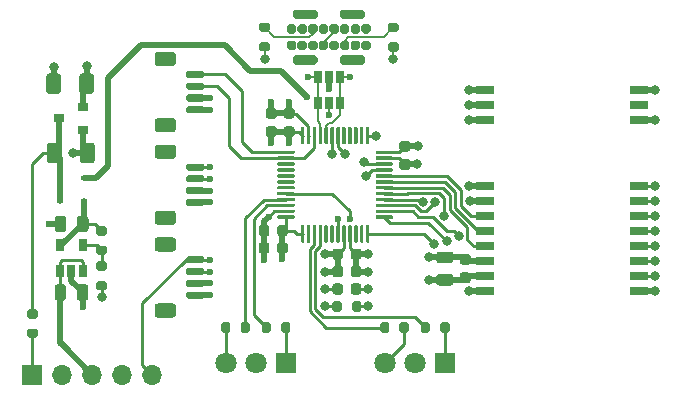
<source format=gbr>
%TF.GenerationSoftware,KiCad,Pcbnew,5.1.8-db9833491~87~ubuntu20.04.1*%
%TF.CreationDate,2020-11-05T18:08:50+01:00*%
%TF.ProjectId,rosalyn-tx,726f7361-6c79-46e2-9d74-782e6b696361,v1.0*%
%TF.SameCoordinates,Original*%
%TF.FileFunction,Copper,L1,Top*%
%TF.FilePolarity,Positive*%
%FSLAX46Y46*%
G04 Gerber Fmt 4.6, Leading zero omitted, Abs format (unit mm)*
G04 Created by KiCad (PCBNEW 5.1.8-db9833491~87~ubuntu20.04.1) date 2020-11-05 18:08:50*
%MOMM*%
%LPD*%
G01*
G04 APERTURE LIST*
%TA.AperFunction,SMDPad,CuDef*%
%ADD10R,1.500000X0.750000*%
%TD*%
%TA.AperFunction,SMDPad,CuDef*%
%ADD11R,0.650000X1.060000*%
%TD*%
%TA.AperFunction,SMDPad,CuDef*%
%ADD12R,0.900000X0.800000*%
%TD*%
%TA.AperFunction,SMDPad,CuDef*%
%ADD13R,0.600000X0.450000*%
%TD*%
%TA.AperFunction,ComponentPad*%
%ADD14R,1.700000X1.700000*%
%TD*%
%TA.AperFunction,ComponentPad*%
%ADD15O,1.700000X1.700000*%
%TD*%
%TA.AperFunction,ComponentPad*%
%ADD16C,1.800000*%
%TD*%
%TA.AperFunction,ComponentPad*%
%ADD17R,1.800000X1.800000*%
%TD*%
%TA.AperFunction,ViaPad*%
%ADD18C,0.800000*%
%TD*%
%TA.AperFunction,ViaPad*%
%ADD19C,0.600000*%
%TD*%
%TA.AperFunction,Conductor*%
%ADD20C,0.250000*%
%TD*%
%TA.AperFunction,Conductor*%
%ADD21C,0.500000*%
%TD*%
%TA.AperFunction,Conductor*%
%ADD22C,0.200000*%
%TD*%
G04 APERTURE END LIST*
%TO.P,J1,B8*%
%TO.N,N/C*%
%TA.AperFunction,SMDPad,CuDef*%
G36*
G01*
X145890000Y-48400000D02*
X145890000Y-48000000D01*
G75*
G02*
X146090000Y-47800000I200000J0D01*
G01*
X146490000Y-47800000D01*
G75*
G02*
X146690000Y-48000000I0J-200000D01*
G01*
X146690000Y-48400000D01*
G75*
G02*
X146490000Y-48600000I-200000J0D01*
G01*
X146090000Y-48600000D01*
G75*
G02*
X145890000Y-48400000I0J200000D01*
G01*
G37*
%TD.AperFunction*%
%TO.P,J1,A8*%
%TA.AperFunction,SMDPad,CuDef*%
G36*
G01*
X148590000Y-47000000D02*
X148590000Y-46600000D01*
G75*
G02*
X148790000Y-46400000I200000J0D01*
G01*
X149190000Y-46400000D01*
G75*
G02*
X149390000Y-46600000I0J-200000D01*
G01*
X149390000Y-47000000D01*
G75*
G02*
X149190000Y-47200000I-200000J0D01*
G01*
X148790000Y-47200000D01*
G75*
G02*
X148590000Y-47000000I0J200000D01*
G01*
G37*
%TD.AperFunction*%
%TO.P,J1,S1*%
%TO.N,GND*%
%TA.AperFunction,ComponentPad*%
G36*
G01*
X144590000Y-49630000D02*
X144590000Y-49230000D01*
G75*
G02*
X144790000Y-49030000I200000J0D01*
G01*
X146490000Y-49030000D01*
G75*
G02*
X146690000Y-49230000I0J-200000D01*
G01*
X146690000Y-49630000D01*
G75*
G02*
X146490000Y-49830000I-200000J0D01*
G01*
X144790000Y-49830000D01*
G75*
G02*
X144590000Y-49630000I0J200000D01*
G01*
G37*
%TD.AperFunction*%
%TA.AperFunction,ComponentPad*%
G36*
G01*
X148590000Y-49630000D02*
X148590000Y-49230000D01*
G75*
G02*
X148790000Y-49030000I200000J0D01*
G01*
X150490000Y-49030000D01*
G75*
G02*
X150690000Y-49230000I0J-200000D01*
G01*
X150690000Y-49630000D01*
G75*
G02*
X150490000Y-49830000I-200000J0D01*
G01*
X148790000Y-49830000D01*
G75*
G02*
X148590000Y-49630000I0J200000D01*
G01*
G37*
%TD.AperFunction*%
%TA.AperFunction,ComponentPad*%
G36*
G01*
X148590000Y-45770000D02*
X148590000Y-45370000D01*
G75*
G02*
X148790000Y-45170000I200000J0D01*
G01*
X150490000Y-45170000D01*
G75*
G02*
X150690000Y-45370000I0J-200000D01*
G01*
X150690000Y-45770000D01*
G75*
G02*
X150490000Y-45970000I-200000J0D01*
G01*
X148790000Y-45970000D01*
G75*
G02*
X148590000Y-45770000I0J200000D01*
G01*
G37*
%TD.AperFunction*%
%TA.AperFunction,ComponentPad*%
G36*
G01*
X144590000Y-45770000D02*
X144590000Y-45370000D01*
G75*
G02*
X144790000Y-45170000I200000J0D01*
G01*
X146490000Y-45170000D01*
G75*
G02*
X146690000Y-45370000I0J-200000D01*
G01*
X146690000Y-45770000D01*
G75*
G02*
X146490000Y-45970000I-200000J0D01*
G01*
X144790000Y-45970000D01*
G75*
G02*
X144590000Y-45770000I0J200000D01*
G01*
G37*
%TD.AperFunction*%
%TO.P,J1,A12*%
%TA.AperFunction,ComponentPad*%
G36*
G01*
X150390000Y-47000000D02*
X150390000Y-46600000D01*
G75*
G02*
X150590000Y-46400000I200000J0D01*
G01*
X150990000Y-46400000D01*
G75*
G02*
X151190000Y-46600000I0J-200000D01*
G01*
X151190000Y-47000000D01*
G75*
G02*
X150990000Y-47200000I-200000J0D01*
G01*
X150590000Y-47200000D01*
G75*
G02*
X150390000Y-47000000I0J200000D01*
G01*
G37*
%TD.AperFunction*%
%TO.P,J1,A9*%
%TO.N,vcc_usb*%
%TA.AperFunction,ComponentPad*%
G36*
G01*
X149490000Y-47000000D02*
X149490000Y-46600000D01*
G75*
G02*
X149690000Y-46400000I200000J0D01*
G01*
X150090000Y-46400000D01*
G75*
G02*
X150290000Y-46600000I0J-200000D01*
G01*
X150290000Y-47000000D01*
G75*
G02*
X150090000Y-47200000I-200000J0D01*
G01*
X149690000Y-47200000D01*
G75*
G02*
X149490000Y-47000000I0J200000D01*
G01*
G37*
%TD.AperFunction*%
%TO.P,J1,A7*%
%TO.N,usb_N*%
%TA.AperFunction,ComponentPad*%
G36*
G01*
X147690000Y-47000000D02*
X147690000Y-46600000D01*
G75*
G02*
X147890000Y-46400000I200000J0D01*
G01*
X148290000Y-46400000D01*
G75*
G02*
X148490000Y-46600000I0J-200000D01*
G01*
X148490000Y-47000000D01*
G75*
G02*
X148290000Y-47200000I-200000J0D01*
G01*
X147890000Y-47200000D01*
G75*
G02*
X147690000Y-47000000I0J200000D01*
G01*
G37*
%TD.AperFunction*%
%TO.P,J1,A6*%
%TO.N,usb_P*%
%TA.AperFunction,ComponentPad*%
G36*
G01*
X146790000Y-47000000D02*
X146790000Y-46600000D01*
G75*
G02*
X146990000Y-46400000I200000J0D01*
G01*
X147390000Y-46400000D01*
G75*
G02*
X147590000Y-46600000I0J-200000D01*
G01*
X147590000Y-47000000D01*
G75*
G02*
X147390000Y-47200000I-200000J0D01*
G01*
X146990000Y-47200000D01*
G75*
G02*
X146790000Y-47000000I0J200000D01*
G01*
G37*
%TD.AperFunction*%
%TO.P,J1,A5*%
%TO.N,Net-(J1-PadA5)*%
%TA.AperFunction,ComponentPad*%
G36*
G01*
X145890000Y-47000000D02*
X145890000Y-46600000D01*
G75*
G02*
X146090000Y-46400000I200000J0D01*
G01*
X146490000Y-46400000D01*
G75*
G02*
X146690000Y-46600000I0J-200000D01*
G01*
X146690000Y-47000000D01*
G75*
G02*
X146490000Y-47200000I-200000J0D01*
G01*
X146090000Y-47200000D01*
G75*
G02*
X145890000Y-47000000I0J200000D01*
G01*
G37*
%TD.AperFunction*%
%TO.P,J1,A4*%
%TO.N,vcc_usb*%
%TA.AperFunction,ComponentPad*%
G36*
G01*
X144990000Y-47000000D02*
X144990000Y-46600000D01*
G75*
G02*
X145190000Y-46400000I200000J0D01*
G01*
X145590000Y-46400000D01*
G75*
G02*
X145790000Y-46600000I0J-200000D01*
G01*
X145790000Y-47000000D01*
G75*
G02*
X145590000Y-47200000I-200000J0D01*
G01*
X145190000Y-47200000D01*
G75*
G02*
X144990000Y-47000000I0J200000D01*
G01*
G37*
%TD.AperFunction*%
%TO.P,J1,A1*%
%TO.N,GND*%
%TA.AperFunction,ComponentPad*%
G36*
G01*
X144090000Y-47000000D02*
X144090000Y-46600000D01*
G75*
G02*
X144290000Y-46400000I200000J0D01*
G01*
X144690000Y-46400000D01*
G75*
G02*
X144890000Y-46600000I0J-200000D01*
G01*
X144890000Y-47000000D01*
G75*
G02*
X144690000Y-47200000I-200000J0D01*
G01*
X144290000Y-47200000D01*
G75*
G02*
X144090000Y-47000000I0J200000D01*
G01*
G37*
%TD.AperFunction*%
%TO.P,J1,B12*%
%TA.AperFunction,ComponentPad*%
G36*
G01*
X144090000Y-48400000D02*
X144090000Y-48000000D01*
G75*
G02*
X144290000Y-47800000I200000J0D01*
G01*
X144690000Y-47800000D01*
G75*
G02*
X144890000Y-48000000I0J-200000D01*
G01*
X144890000Y-48400000D01*
G75*
G02*
X144690000Y-48600000I-200000J0D01*
G01*
X144290000Y-48600000D01*
G75*
G02*
X144090000Y-48400000I0J200000D01*
G01*
G37*
%TD.AperFunction*%
%TO.P,J1,B9*%
%TO.N,vcc_usb*%
%TA.AperFunction,ComponentPad*%
G36*
G01*
X144990000Y-48400000D02*
X144990000Y-48000000D01*
G75*
G02*
X145190000Y-47800000I200000J0D01*
G01*
X145590000Y-47800000D01*
G75*
G02*
X145790000Y-48000000I0J-200000D01*
G01*
X145790000Y-48400000D01*
G75*
G02*
X145590000Y-48600000I-200000J0D01*
G01*
X145190000Y-48600000D01*
G75*
G02*
X144990000Y-48400000I0J200000D01*
G01*
G37*
%TD.AperFunction*%
%TO.P,J1,B7*%
%TO.N,usb_N*%
%TA.AperFunction,ComponentPad*%
G36*
G01*
X146790000Y-48400000D02*
X146790000Y-48000000D01*
G75*
G02*
X146990000Y-47800000I200000J0D01*
G01*
X147390000Y-47800000D01*
G75*
G02*
X147590000Y-48000000I0J-200000D01*
G01*
X147590000Y-48400000D01*
G75*
G02*
X147390000Y-48600000I-200000J0D01*
G01*
X146990000Y-48600000D01*
G75*
G02*
X146790000Y-48400000I0J200000D01*
G01*
G37*
%TD.AperFunction*%
%TO.P,J1,B1*%
%TO.N,GND*%
%TA.AperFunction,ComponentPad*%
G36*
G01*
X150390000Y-48400000D02*
X150390000Y-48000000D01*
G75*
G02*
X150590000Y-47800000I200000J0D01*
G01*
X150990000Y-47800000D01*
G75*
G02*
X151190000Y-48000000I0J-200000D01*
G01*
X151190000Y-48400000D01*
G75*
G02*
X150990000Y-48600000I-200000J0D01*
G01*
X150590000Y-48600000D01*
G75*
G02*
X150390000Y-48400000I0J200000D01*
G01*
G37*
%TD.AperFunction*%
%TO.P,J1,B4*%
%TO.N,vcc_usb*%
%TA.AperFunction,ComponentPad*%
G36*
G01*
X149490000Y-48400000D02*
X149490000Y-48000000D01*
G75*
G02*
X149690000Y-47800000I200000J0D01*
G01*
X150090000Y-47800000D01*
G75*
G02*
X150290000Y-48000000I0J-200000D01*
G01*
X150290000Y-48400000D01*
G75*
G02*
X150090000Y-48600000I-200000J0D01*
G01*
X149690000Y-48600000D01*
G75*
G02*
X149490000Y-48400000I0J200000D01*
G01*
G37*
%TD.AperFunction*%
%TO.P,J1,B5*%
%TO.N,Net-(J1-PadB5)*%
%TA.AperFunction,ComponentPad*%
G36*
G01*
X148590000Y-48400000D02*
X148590000Y-48000000D01*
G75*
G02*
X148790000Y-47800000I200000J0D01*
G01*
X149190000Y-47800000D01*
G75*
G02*
X149390000Y-48000000I0J-200000D01*
G01*
X149390000Y-48400000D01*
G75*
G02*
X149190000Y-48600000I-200000J0D01*
G01*
X148790000Y-48600000D01*
G75*
G02*
X148590000Y-48400000I0J200000D01*
G01*
G37*
%TD.AperFunction*%
%TO.P,J1,B6*%
%TO.N,usb_P*%
%TA.AperFunction,ComponentPad*%
G36*
G01*
X147690000Y-48400000D02*
X147690000Y-48000000D01*
G75*
G02*
X147890000Y-47800000I200000J0D01*
G01*
X148290000Y-47800000D01*
G75*
G02*
X148490000Y-48000000I0J-200000D01*
G01*
X148490000Y-48400000D01*
G75*
G02*
X148290000Y-48600000I-200000J0D01*
G01*
X147890000Y-48600000D01*
G75*
G02*
X147690000Y-48400000I0J200000D01*
G01*
G37*
%TD.AperFunction*%
%TD*%
%TO.P,J5,MP*%
%TO.N,N/C*%
%TA.AperFunction,SMDPad,CuDef*%
G36*
G01*
X134450001Y-65650000D02*
X133149999Y-65650000D01*
G75*
G02*
X132900000Y-65400001I0J249999D01*
G01*
X132900000Y-64699999D01*
G75*
G02*
X133149999Y-64450000I249999J0D01*
G01*
X134450001Y-64450000D01*
G75*
G02*
X134700000Y-64699999I0J-249999D01*
G01*
X134700000Y-65400001D01*
G75*
G02*
X134450001Y-65650000I-249999J0D01*
G01*
G37*
%TD.AperFunction*%
%TA.AperFunction,SMDPad,CuDef*%
G36*
G01*
X134450001Y-71250000D02*
X133149999Y-71250000D01*
G75*
G02*
X132900000Y-71000001I0J249999D01*
G01*
X132900000Y-70299999D01*
G75*
G02*
X133149999Y-70050000I249999J0D01*
G01*
X134450001Y-70050000D01*
G75*
G02*
X134700000Y-70299999I0J-249999D01*
G01*
X134700000Y-71000001D01*
G75*
G02*
X134450001Y-71250000I-249999J0D01*
G01*
G37*
%TD.AperFunction*%
%TO.P,J5,4*%
%TO.N,uart3_rx*%
%TA.AperFunction,SMDPad,CuDef*%
G36*
G01*
X136950000Y-66650000D02*
X135700000Y-66650000D01*
G75*
G02*
X135550000Y-66500000I0J150000D01*
G01*
X135550000Y-66200000D01*
G75*
G02*
X135700000Y-66050000I150000J0D01*
G01*
X136950000Y-66050000D01*
G75*
G02*
X137100000Y-66200000I0J-150000D01*
G01*
X137100000Y-66500000D01*
G75*
G02*
X136950000Y-66650000I-150000J0D01*
G01*
G37*
%TD.AperFunction*%
%TO.P,J5,3*%
%TO.N,uart3_tx*%
%TA.AperFunction,SMDPad,CuDef*%
G36*
G01*
X136950000Y-67650000D02*
X135700000Y-67650000D01*
G75*
G02*
X135550000Y-67500000I0J150000D01*
G01*
X135550000Y-67200000D01*
G75*
G02*
X135700000Y-67050000I150000J0D01*
G01*
X136950000Y-67050000D01*
G75*
G02*
X137100000Y-67200000I0J-150000D01*
G01*
X137100000Y-67500000D01*
G75*
G02*
X136950000Y-67650000I-150000J0D01*
G01*
G37*
%TD.AperFunction*%
%TO.P,J5,2*%
%TO.N,GND*%
%TA.AperFunction,SMDPad,CuDef*%
G36*
G01*
X136950000Y-68650000D02*
X135700000Y-68650000D01*
G75*
G02*
X135550000Y-68500000I0J150000D01*
G01*
X135550000Y-68200000D01*
G75*
G02*
X135700000Y-68050000I150000J0D01*
G01*
X136950000Y-68050000D01*
G75*
G02*
X137100000Y-68200000I0J-150000D01*
G01*
X137100000Y-68500000D01*
G75*
G02*
X136950000Y-68650000I-150000J0D01*
G01*
G37*
%TD.AperFunction*%
%TO.P,J5,1*%
%TO.N,+3V3*%
%TA.AperFunction,SMDPad,CuDef*%
G36*
G01*
X136950000Y-69650000D02*
X135700000Y-69650000D01*
G75*
G02*
X135550000Y-69500000I0J150000D01*
G01*
X135550000Y-69200000D01*
G75*
G02*
X135700000Y-69050000I150000J0D01*
G01*
X136950000Y-69050000D01*
G75*
G02*
X137100000Y-69200000I0J-150000D01*
G01*
X137100000Y-69500000D01*
G75*
G02*
X136950000Y-69650000I-150000J0D01*
G01*
G37*
%TD.AperFunction*%
%TD*%
%TO.P,J4,MP*%
%TO.N,N/C*%
%TA.AperFunction,SMDPad,CuDef*%
G36*
G01*
X134450001Y-57800000D02*
X133149999Y-57800000D01*
G75*
G02*
X132900000Y-57550001I0J249999D01*
G01*
X132900000Y-56849999D01*
G75*
G02*
X133149999Y-56600000I249999J0D01*
G01*
X134450001Y-56600000D01*
G75*
G02*
X134700000Y-56849999I0J-249999D01*
G01*
X134700000Y-57550001D01*
G75*
G02*
X134450001Y-57800000I-249999J0D01*
G01*
G37*
%TD.AperFunction*%
%TA.AperFunction,SMDPad,CuDef*%
G36*
G01*
X134450001Y-63400000D02*
X133149999Y-63400000D01*
G75*
G02*
X132900000Y-63150001I0J249999D01*
G01*
X132900000Y-62449999D01*
G75*
G02*
X133149999Y-62200000I249999J0D01*
G01*
X134450001Y-62200000D01*
G75*
G02*
X134700000Y-62449999I0J-249999D01*
G01*
X134700000Y-63150001D01*
G75*
G02*
X134450001Y-63400000I-249999J0D01*
G01*
G37*
%TD.AperFunction*%
%TO.P,J4,4*%
%TO.N,uart1_rx*%
%TA.AperFunction,SMDPad,CuDef*%
G36*
G01*
X136950000Y-58800000D02*
X135700000Y-58800000D01*
G75*
G02*
X135550000Y-58650000I0J150000D01*
G01*
X135550000Y-58350000D01*
G75*
G02*
X135700000Y-58200000I150000J0D01*
G01*
X136950000Y-58200000D01*
G75*
G02*
X137100000Y-58350000I0J-150000D01*
G01*
X137100000Y-58650000D01*
G75*
G02*
X136950000Y-58800000I-150000J0D01*
G01*
G37*
%TD.AperFunction*%
%TO.P,J4,3*%
%TO.N,uart1_tx*%
%TA.AperFunction,SMDPad,CuDef*%
G36*
G01*
X136950000Y-59800000D02*
X135700000Y-59800000D01*
G75*
G02*
X135550000Y-59650000I0J150000D01*
G01*
X135550000Y-59350000D01*
G75*
G02*
X135700000Y-59200000I150000J0D01*
G01*
X136950000Y-59200000D01*
G75*
G02*
X137100000Y-59350000I0J-150000D01*
G01*
X137100000Y-59650000D01*
G75*
G02*
X136950000Y-59800000I-150000J0D01*
G01*
G37*
%TD.AperFunction*%
%TO.P,J4,2*%
%TO.N,GND*%
%TA.AperFunction,SMDPad,CuDef*%
G36*
G01*
X136950000Y-60800000D02*
X135700000Y-60800000D01*
G75*
G02*
X135550000Y-60650000I0J150000D01*
G01*
X135550000Y-60350000D01*
G75*
G02*
X135700000Y-60200000I150000J0D01*
G01*
X136950000Y-60200000D01*
G75*
G02*
X137100000Y-60350000I0J-150000D01*
G01*
X137100000Y-60650000D01*
G75*
G02*
X136950000Y-60800000I-150000J0D01*
G01*
G37*
%TD.AperFunction*%
%TO.P,J4,1*%
%TO.N,+3V3*%
%TA.AperFunction,SMDPad,CuDef*%
G36*
G01*
X136950000Y-61800000D02*
X135700000Y-61800000D01*
G75*
G02*
X135550000Y-61650000I0J150000D01*
G01*
X135550000Y-61350000D01*
G75*
G02*
X135700000Y-61200000I150000J0D01*
G01*
X136950000Y-61200000D01*
G75*
G02*
X137100000Y-61350000I0J-150000D01*
G01*
X137100000Y-61650000D01*
G75*
G02*
X136950000Y-61800000I-150000J0D01*
G01*
G37*
%TD.AperFunction*%
%TD*%
%TO.P,J2,MP*%
%TO.N,N/C*%
%TA.AperFunction,SMDPad,CuDef*%
G36*
G01*
X134450001Y-49950000D02*
X133149999Y-49950000D01*
G75*
G02*
X132900000Y-49700001I0J249999D01*
G01*
X132900000Y-48999999D01*
G75*
G02*
X133149999Y-48750000I249999J0D01*
G01*
X134450001Y-48750000D01*
G75*
G02*
X134700000Y-48999999I0J-249999D01*
G01*
X134700000Y-49700001D01*
G75*
G02*
X134450001Y-49950000I-249999J0D01*
G01*
G37*
%TD.AperFunction*%
%TA.AperFunction,SMDPad,CuDef*%
G36*
G01*
X134450001Y-55550000D02*
X133149999Y-55550000D01*
G75*
G02*
X132900000Y-55300001I0J249999D01*
G01*
X132900000Y-54599999D01*
G75*
G02*
X133149999Y-54350000I249999J0D01*
G01*
X134450001Y-54350000D01*
G75*
G02*
X134700000Y-54599999I0J-249999D01*
G01*
X134700000Y-55300001D01*
G75*
G02*
X134450001Y-55550000I-249999J0D01*
G01*
G37*
%TD.AperFunction*%
%TO.P,J2,4*%
%TO.N,swclk*%
%TA.AperFunction,SMDPad,CuDef*%
G36*
G01*
X136950000Y-50950000D02*
X135700000Y-50950000D01*
G75*
G02*
X135550000Y-50800000I0J150000D01*
G01*
X135550000Y-50500000D01*
G75*
G02*
X135700000Y-50350000I150000J0D01*
G01*
X136950000Y-50350000D01*
G75*
G02*
X137100000Y-50500000I0J-150000D01*
G01*
X137100000Y-50800000D01*
G75*
G02*
X136950000Y-50950000I-150000J0D01*
G01*
G37*
%TD.AperFunction*%
%TO.P,J2,3*%
%TO.N,swdio*%
%TA.AperFunction,SMDPad,CuDef*%
G36*
G01*
X136950000Y-51950000D02*
X135700000Y-51950000D01*
G75*
G02*
X135550000Y-51800000I0J150000D01*
G01*
X135550000Y-51500000D01*
G75*
G02*
X135700000Y-51350000I150000J0D01*
G01*
X136950000Y-51350000D01*
G75*
G02*
X137100000Y-51500000I0J-150000D01*
G01*
X137100000Y-51800000D01*
G75*
G02*
X136950000Y-51950000I-150000J0D01*
G01*
G37*
%TD.AperFunction*%
%TO.P,J2,2*%
%TO.N,GND*%
%TA.AperFunction,SMDPad,CuDef*%
G36*
G01*
X136950000Y-52950000D02*
X135700000Y-52950000D01*
G75*
G02*
X135550000Y-52800000I0J150000D01*
G01*
X135550000Y-52500000D01*
G75*
G02*
X135700000Y-52350000I150000J0D01*
G01*
X136950000Y-52350000D01*
G75*
G02*
X137100000Y-52500000I0J-150000D01*
G01*
X137100000Y-52800000D01*
G75*
G02*
X136950000Y-52950000I-150000J0D01*
G01*
G37*
%TD.AperFunction*%
%TO.P,J2,1*%
%TO.N,+3V3*%
%TA.AperFunction,SMDPad,CuDef*%
G36*
G01*
X136950000Y-53950000D02*
X135700000Y-53950000D01*
G75*
G02*
X135550000Y-53800000I0J150000D01*
G01*
X135550000Y-53500000D01*
G75*
G02*
X135700000Y-53350000I150000J0D01*
G01*
X136950000Y-53350000D01*
G75*
G02*
X137100000Y-53500000I0J-150000D01*
G01*
X137100000Y-53800000D01*
G75*
G02*
X136950000Y-53950000I-150000J0D01*
G01*
G37*
%TD.AperFunction*%
%TD*%
D10*
%TO.P,U4,22*%
%TO.N,GND*%
X173900000Y-52000000D03*
%TO.P,U4,21*%
%TO.N,N/C*%
X173900000Y-53270000D03*
%TO.P,U4,20*%
%TO.N,GND*%
X173900000Y-54540000D03*
%TO.P,U4,19*%
%TO.N,e22_nss*%
X173900000Y-60110000D03*
%TO.P,U4,18*%
%TO.N,spi1_sck*%
X173900000Y-61380000D03*
%TO.P,U4,17*%
%TO.N,spi1_mosi*%
X173900000Y-62650000D03*
%TO.P,U4,16*%
%TO.N,spi1_miso*%
X173900000Y-63920000D03*
%TO.P,U4,15*%
%TO.N,e22_nrst*%
X173900000Y-65190000D03*
%TO.P,U4,14*%
%TO.N,e22_busy*%
X173900000Y-66460000D03*
%TO.P,U4,13*%
%TO.N,e22_dio1*%
X173900000Y-67730000D03*
%TO.P,U4,12*%
%TO.N,GND*%
X173900000Y-69000000D03*
%TO.P,U4,11*%
X160900000Y-69000000D03*
%TO.P,U4,10*%
X160900000Y-67730000D03*
%TO.P,U4,9*%
%TO.N,+3V3*%
X160900000Y-66460000D03*
%TO.P,U4,8*%
%TO.N,e22_dio2*%
X160900000Y-65190000D03*
%TO.P,U4,7*%
%TO.N,e22_txen*%
X160900000Y-63920000D03*
%TO.P,U4,6*%
%TO.N,e22_rxen*%
X160900000Y-62650000D03*
%TO.P,U4,5*%
%TO.N,GND*%
X160900000Y-61380000D03*
%TO.P,U4,4*%
X160900000Y-60110000D03*
%TO.P,U4,3*%
X160900000Y-54540000D03*
%TO.P,U4,2*%
X160900000Y-53270000D03*
%TO.P,U4,1*%
X160900000Y-52000000D03*
%TD*%
%TO.P,C14,2*%
%TO.N,GND*%
%TA.AperFunction,SMDPad,CuDef*%
G36*
G01*
X156985000Y-67550000D02*
X157935000Y-67550000D01*
G75*
G02*
X158185000Y-67800000I0J-250000D01*
G01*
X158185000Y-68300000D01*
G75*
G02*
X157935000Y-68550000I-250000J0D01*
G01*
X156985000Y-68550000D01*
G75*
G02*
X156735000Y-68300000I0J250000D01*
G01*
X156735000Y-67800000D01*
G75*
G02*
X156985000Y-67550000I250000J0D01*
G01*
G37*
%TD.AperFunction*%
%TO.P,C14,1*%
%TO.N,+3V3*%
%TA.AperFunction,SMDPad,CuDef*%
G36*
G01*
X156985000Y-65650000D02*
X157935000Y-65650000D01*
G75*
G02*
X158185000Y-65900000I0J-250000D01*
G01*
X158185000Y-66400000D01*
G75*
G02*
X157935000Y-66650000I-250000J0D01*
G01*
X156985000Y-66650000D01*
G75*
G02*
X156735000Y-66400000I0J250000D01*
G01*
X156735000Y-65900000D01*
G75*
G02*
X156985000Y-65650000I250000J0D01*
G01*
G37*
%TD.AperFunction*%
%TD*%
%TO.P,C9,2*%
%TO.N,+3V3*%
%TA.AperFunction,SMDPad,CuDef*%
G36*
G01*
X154340000Y-57185000D02*
X153840000Y-57185000D01*
G75*
G02*
X153615000Y-56960000I0J225000D01*
G01*
X153615000Y-56510000D01*
G75*
G02*
X153840000Y-56285000I225000J0D01*
G01*
X154340000Y-56285000D01*
G75*
G02*
X154565000Y-56510000I0J-225000D01*
G01*
X154565000Y-56960000D01*
G75*
G02*
X154340000Y-57185000I-225000J0D01*
G01*
G37*
%TD.AperFunction*%
%TO.P,C9,1*%
%TO.N,GND*%
%TA.AperFunction,SMDPad,CuDef*%
G36*
G01*
X154340000Y-58735000D02*
X153840000Y-58735000D01*
G75*
G02*
X153615000Y-58510000I0J225000D01*
G01*
X153615000Y-58060000D01*
G75*
G02*
X153840000Y-57835000I225000J0D01*
G01*
X154340000Y-57835000D01*
G75*
G02*
X154565000Y-58060000I0J-225000D01*
G01*
X154565000Y-58510000D01*
G75*
G02*
X154340000Y-58735000I-225000J0D01*
G01*
G37*
%TD.AperFunction*%
%TD*%
%TO.P,C6,2*%
%TO.N,+3V3*%
%TA.AperFunction,SMDPad,CuDef*%
G36*
G01*
X144020000Y-55055000D02*
X144520000Y-55055000D01*
G75*
G02*
X144745000Y-55280000I0J-225000D01*
G01*
X144745000Y-55730000D01*
G75*
G02*
X144520000Y-55955000I-225000J0D01*
G01*
X144020000Y-55955000D01*
G75*
G02*
X143795000Y-55730000I0J225000D01*
G01*
X143795000Y-55280000D01*
G75*
G02*
X144020000Y-55055000I225000J0D01*
G01*
G37*
%TD.AperFunction*%
%TO.P,C6,1*%
%TO.N,GND*%
%TA.AperFunction,SMDPad,CuDef*%
G36*
G01*
X144020000Y-53505000D02*
X144520000Y-53505000D01*
G75*
G02*
X144745000Y-53730000I0J-225000D01*
G01*
X144745000Y-54180000D01*
G75*
G02*
X144520000Y-54405000I-225000J0D01*
G01*
X144020000Y-54405000D01*
G75*
G02*
X143795000Y-54180000I0J225000D01*
G01*
X143795000Y-53730000D01*
G75*
G02*
X144020000Y-53505000I225000J0D01*
G01*
G37*
%TD.AperFunction*%
%TD*%
D11*
%TO.P,U5,1*%
%TO.N,usb_P*%
X146700000Y-53100000D03*
%TO.P,U5,2*%
%TO.N,GND*%
X147650000Y-53100000D03*
%TO.P,U5,3*%
%TO.N,usb_N*%
X148600000Y-53100000D03*
%TO.P,U5,4*%
X148600000Y-50900000D03*
%TO.P,U5,6*%
%TO.N,usb_P*%
X146700000Y-50900000D03*
%TO.P,U5,5*%
%TO.N,vcc_usb*%
X147650000Y-50900000D03*
%TD*%
%TO.P,C2,2*%
%TO.N,GND*%
%TA.AperFunction,SMDPad,CuDef*%
G36*
G01*
X125420000Y-62863750D02*
X125420000Y-63776250D01*
G75*
G02*
X125176250Y-64020000I-243750J0D01*
G01*
X124688750Y-64020000D01*
G75*
G02*
X124445000Y-63776250I0J243750D01*
G01*
X124445000Y-62863750D01*
G75*
G02*
X124688750Y-62620000I243750J0D01*
G01*
X125176250Y-62620000D01*
G75*
G02*
X125420000Y-62863750I0J-243750D01*
G01*
G37*
%TD.AperFunction*%
%TO.P,C2,1*%
%TO.N,Net-(C2-Pad1)*%
%TA.AperFunction,SMDPad,CuDef*%
G36*
G01*
X127295000Y-62863750D02*
X127295000Y-63776250D01*
G75*
G02*
X127051250Y-64020000I-243750J0D01*
G01*
X126563750Y-64020000D01*
G75*
G02*
X126320000Y-63776250I0J243750D01*
G01*
X126320000Y-62863750D01*
G75*
G02*
X126563750Y-62620000I243750J0D01*
G01*
X127051250Y-62620000D01*
G75*
G02*
X127295000Y-62863750I0J-243750D01*
G01*
G37*
%TD.AperFunction*%
%TD*%
%TO.P,C1,2*%
%TO.N,GND*%
%TA.AperFunction,SMDPad,CuDef*%
G36*
G01*
X126300000Y-69566250D02*
X126300000Y-68653750D01*
G75*
G02*
X126543750Y-68410000I243750J0D01*
G01*
X127031250Y-68410000D01*
G75*
G02*
X127275000Y-68653750I0J-243750D01*
G01*
X127275000Y-69566250D01*
G75*
G02*
X127031250Y-69810000I-243750J0D01*
G01*
X126543750Y-69810000D01*
G75*
G02*
X126300000Y-69566250I0J243750D01*
G01*
G37*
%TD.AperFunction*%
%TO.P,C1,1*%
%TO.N,vcc_tng9x*%
%TA.AperFunction,SMDPad,CuDef*%
G36*
G01*
X124425000Y-69566250D02*
X124425000Y-68653750D01*
G75*
G02*
X124668750Y-68410000I243750J0D01*
G01*
X125156250Y-68410000D01*
G75*
G02*
X125400000Y-68653750I0J-243750D01*
G01*
X125400000Y-69566250D01*
G75*
G02*
X125156250Y-69810000I-243750J0D01*
G01*
X124668750Y-69810000D01*
G75*
G02*
X124425000Y-69566250I0J243750D01*
G01*
G37*
%TD.AperFunction*%
%TD*%
%TO.P,U1,5*%
%TO.N,Net-(C2-Pad1)*%
X124900000Y-65120000D03*
%TO.P,U1,4*%
%TO.N,Net-(R3-Pad2)*%
X126800000Y-65120000D03*
%TO.P,U1,3*%
%TO.N,vcc_tng9x*%
X126800000Y-67320000D03*
%TO.P,U1,2*%
%TO.N,GND*%
X125850000Y-67320000D03*
%TO.P,U1,1*%
%TO.N,vcc_tng9x*%
X124900000Y-67320000D03*
%TD*%
D12*
%TO.P,U2,1*%
%TO.N,GND*%
X126830000Y-55330000D03*
%TO.P,U2,2*%
%TO.N,+3V3*%
X126830000Y-53430000D03*
%TO.P,U2,3*%
%TO.N,+5V*%
X124830000Y-54380000D03*
%TD*%
D13*
%TO.P,D1,1*%
%TO.N,+5V*%
X124840000Y-59440000D03*
%TO.P,D1,2*%
%TO.N,vcc_usb*%
X126940000Y-59440000D03*
%TD*%
%TO.P,D2,2*%
%TO.N,Net-(C2-Pad1)*%
X126940000Y-61390000D03*
%TO.P,D2,1*%
%TO.N,+5V*%
X124840000Y-61390000D03*
%TD*%
%TO.P,C5,1*%
%TO.N,Net-(C5-Pad1)*%
%TA.AperFunction,SMDPad,CuDef*%
G36*
G01*
X147945000Y-69080000D02*
X147945000Y-68580000D01*
G75*
G02*
X148170000Y-68355000I225000J0D01*
G01*
X148620000Y-68355000D01*
G75*
G02*
X148845000Y-68580000I0J-225000D01*
G01*
X148845000Y-69080000D01*
G75*
G02*
X148620000Y-69305000I-225000J0D01*
G01*
X148170000Y-69305000D01*
G75*
G02*
X147945000Y-69080000I0J225000D01*
G01*
G37*
%TD.AperFunction*%
%TO.P,C5,2*%
%TO.N,GND*%
%TA.AperFunction,SMDPad,CuDef*%
G36*
G01*
X149495000Y-69080000D02*
X149495000Y-68580000D01*
G75*
G02*
X149720000Y-68355000I225000J0D01*
G01*
X150170000Y-68355000D01*
G75*
G02*
X150395000Y-68580000I0J-225000D01*
G01*
X150395000Y-69080000D01*
G75*
G02*
X150170000Y-69305000I-225000J0D01*
G01*
X149720000Y-69305000D01*
G75*
G02*
X149495000Y-69080000I0J225000D01*
G01*
G37*
%TD.AperFunction*%
%TD*%
%TO.P,C10,2*%
%TO.N,GND*%
%TA.AperFunction,SMDPad,CuDef*%
G36*
G01*
X158940000Y-67425000D02*
X159440000Y-67425000D01*
G75*
G02*
X159665000Y-67650000I0J-225000D01*
G01*
X159665000Y-68100000D01*
G75*
G02*
X159440000Y-68325000I-225000J0D01*
G01*
X158940000Y-68325000D01*
G75*
G02*
X158715000Y-68100000I0J225000D01*
G01*
X158715000Y-67650000D01*
G75*
G02*
X158940000Y-67425000I225000J0D01*
G01*
G37*
%TD.AperFunction*%
%TO.P,C10,1*%
%TO.N,+3V3*%
%TA.AperFunction,SMDPad,CuDef*%
G36*
G01*
X158940000Y-65875000D02*
X159440000Y-65875000D01*
G75*
G02*
X159665000Y-66100000I0J-225000D01*
G01*
X159665000Y-66550000D01*
G75*
G02*
X159440000Y-66775000I-225000J0D01*
G01*
X158940000Y-66775000D01*
G75*
G02*
X158715000Y-66550000I0J225000D01*
G01*
X158715000Y-66100000D01*
G75*
G02*
X158940000Y-65875000I225000J0D01*
G01*
G37*
%TD.AperFunction*%
%TD*%
%TO.P,R3,1*%
%TO.N,Net-(C2-Pad1)*%
%TA.AperFunction,SMDPad,CuDef*%
G36*
G01*
X128135000Y-63495000D02*
X128685000Y-63495000D01*
G75*
G02*
X128885000Y-63695000I0J-200000D01*
G01*
X128885000Y-64095000D01*
G75*
G02*
X128685000Y-64295000I-200000J0D01*
G01*
X128135000Y-64295000D01*
G75*
G02*
X127935000Y-64095000I0J200000D01*
G01*
X127935000Y-63695000D01*
G75*
G02*
X128135000Y-63495000I200000J0D01*
G01*
G37*
%TD.AperFunction*%
%TO.P,R3,2*%
%TO.N,Net-(R3-Pad2)*%
%TA.AperFunction,SMDPad,CuDef*%
G36*
G01*
X128135000Y-65145000D02*
X128685000Y-65145000D01*
G75*
G02*
X128885000Y-65345000I0J-200000D01*
G01*
X128885000Y-65745000D01*
G75*
G02*
X128685000Y-65945000I-200000J0D01*
G01*
X128135000Y-65945000D01*
G75*
G02*
X127935000Y-65745000I0J200000D01*
G01*
X127935000Y-65345000D01*
G75*
G02*
X128135000Y-65145000I200000J0D01*
G01*
G37*
%TD.AperFunction*%
%TD*%
%TO.P,C8,2*%
%TO.N,+3V3*%
%TA.AperFunction,SMDPad,CuDef*%
G36*
G01*
X149495000Y-66130000D02*
X149495000Y-65630000D01*
G75*
G02*
X149720000Y-65405000I225000J0D01*
G01*
X150170000Y-65405000D01*
G75*
G02*
X150395000Y-65630000I0J-225000D01*
G01*
X150395000Y-66130000D01*
G75*
G02*
X150170000Y-66355000I-225000J0D01*
G01*
X149720000Y-66355000D01*
G75*
G02*
X149495000Y-66130000I0J225000D01*
G01*
G37*
%TD.AperFunction*%
%TO.P,C8,1*%
%TO.N,GND*%
%TA.AperFunction,SMDPad,CuDef*%
G36*
G01*
X147945000Y-66130000D02*
X147945000Y-65630000D01*
G75*
G02*
X148170000Y-65405000I225000J0D01*
G01*
X148620000Y-65405000D01*
G75*
G02*
X148845000Y-65630000I0J-225000D01*
G01*
X148845000Y-66130000D01*
G75*
G02*
X148620000Y-66355000I-225000J0D01*
G01*
X148170000Y-66355000D01*
G75*
G02*
X147945000Y-66130000I0J225000D01*
G01*
G37*
%TD.AperFunction*%
%TD*%
%TO.P,C7,1*%
%TO.N,GND*%
%TA.AperFunction,SMDPad,CuDef*%
G36*
G01*
X141715000Y-64130000D02*
X141715000Y-63630000D01*
G75*
G02*
X141940000Y-63405000I225000J0D01*
G01*
X142390000Y-63405000D01*
G75*
G02*
X142615000Y-63630000I0J-225000D01*
G01*
X142615000Y-64130000D01*
G75*
G02*
X142390000Y-64355000I-225000J0D01*
G01*
X141940000Y-64355000D01*
G75*
G02*
X141715000Y-64130000I0J225000D01*
G01*
G37*
%TD.AperFunction*%
%TO.P,C7,2*%
%TO.N,+3V3*%
%TA.AperFunction,SMDPad,CuDef*%
G36*
G01*
X143265000Y-64130000D02*
X143265000Y-63630000D01*
G75*
G02*
X143490000Y-63405000I225000J0D01*
G01*
X143940000Y-63405000D01*
G75*
G02*
X144165000Y-63630000I0J-225000D01*
G01*
X144165000Y-64130000D01*
G75*
G02*
X143940000Y-64355000I-225000J0D01*
G01*
X143490000Y-64355000D01*
G75*
G02*
X143265000Y-64130000I0J225000D01*
G01*
G37*
%TD.AperFunction*%
%TD*%
%TO.P,C3,2*%
%TO.N,GND*%
%TA.AperFunction,SMDPad,CuDef*%
G36*
G01*
X126565000Y-57935000D02*
X126565000Y-56685000D01*
G75*
G02*
X126815000Y-56435000I250000J0D01*
G01*
X127565000Y-56435000D01*
G75*
G02*
X127815000Y-56685000I0J-250000D01*
G01*
X127815000Y-57935000D01*
G75*
G02*
X127565000Y-58185000I-250000J0D01*
G01*
X126815000Y-58185000D01*
G75*
G02*
X126565000Y-57935000I0J250000D01*
G01*
G37*
%TD.AperFunction*%
%TO.P,C3,1*%
%TO.N,+5V*%
%TA.AperFunction,SMDPad,CuDef*%
G36*
G01*
X123765000Y-57935000D02*
X123765000Y-56685000D01*
G75*
G02*
X124015000Y-56435000I250000J0D01*
G01*
X124765000Y-56435000D01*
G75*
G02*
X125015000Y-56685000I0J-250000D01*
G01*
X125015000Y-57935000D01*
G75*
G02*
X124765000Y-58185000I-250000J0D01*
G01*
X124015000Y-58185000D01*
G75*
G02*
X123765000Y-57935000I0J250000D01*
G01*
G37*
%TD.AperFunction*%
%TD*%
%TO.P,C4,2*%
%TO.N,GND*%
%TA.AperFunction,SMDPad,CuDef*%
G36*
G01*
X124965000Y-50815000D02*
X124965000Y-52065000D01*
G75*
G02*
X124715000Y-52315000I-250000J0D01*
G01*
X123965000Y-52315000D01*
G75*
G02*
X123715000Y-52065000I0J250000D01*
G01*
X123715000Y-50815000D01*
G75*
G02*
X123965000Y-50565000I250000J0D01*
G01*
X124715000Y-50565000D01*
G75*
G02*
X124965000Y-50815000I0J-250000D01*
G01*
G37*
%TD.AperFunction*%
%TO.P,C4,1*%
%TO.N,+3V3*%
%TA.AperFunction,SMDPad,CuDef*%
G36*
G01*
X127765000Y-50815000D02*
X127765000Y-52065000D01*
G75*
G02*
X127515000Y-52315000I-250000J0D01*
G01*
X126765000Y-52315000D01*
G75*
G02*
X126515000Y-52065000I0J250000D01*
G01*
X126515000Y-50815000D01*
G75*
G02*
X126765000Y-50565000I250000J0D01*
G01*
X127515000Y-50565000D01*
G75*
G02*
X127765000Y-50815000I0J-250000D01*
G01*
G37*
%TD.AperFunction*%
%TD*%
%TO.P,R1,2*%
%TO.N,Net-(J1-PadA5)*%
%TA.AperFunction,SMDPad,CuDef*%
G36*
G01*
X142465000Y-47065000D02*
X141915000Y-47065000D01*
G75*
G02*
X141715000Y-46865000I0J200000D01*
G01*
X141715000Y-46465000D01*
G75*
G02*
X141915000Y-46265000I200000J0D01*
G01*
X142465000Y-46265000D01*
G75*
G02*
X142665000Y-46465000I0J-200000D01*
G01*
X142665000Y-46865000D01*
G75*
G02*
X142465000Y-47065000I-200000J0D01*
G01*
G37*
%TD.AperFunction*%
%TO.P,R1,1*%
%TO.N,GND*%
%TA.AperFunction,SMDPad,CuDef*%
G36*
G01*
X142465000Y-48715000D02*
X141915000Y-48715000D01*
G75*
G02*
X141715000Y-48515000I0J200000D01*
G01*
X141715000Y-48115000D01*
G75*
G02*
X141915000Y-47915000I200000J0D01*
G01*
X142465000Y-47915000D01*
G75*
G02*
X142665000Y-48115000I0J-200000D01*
G01*
X142665000Y-48515000D01*
G75*
G02*
X142465000Y-48715000I-200000J0D01*
G01*
G37*
%TD.AperFunction*%
%TD*%
%TO.P,R4,1*%
%TO.N,Net-(R3-Pad2)*%
%TA.AperFunction,SMDPad,CuDef*%
G36*
G01*
X128135000Y-66495000D02*
X128685000Y-66495000D01*
G75*
G02*
X128885000Y-66695000I0J-200000D01*
G01*
X128885000Y-67095000D01*
G75*
G02*
X128685000Y-67295000I-200000J0D01*
G01*
X128135000Y-67295000D01*
G75*
G02*
X127935000Y-67095000I0J200000D01*
G01*
X127935000Y-66695000D01*
G75*
G02*
X128135000Y-66495000I200000J0D01*
G01*
G37*
%TD.AperFunction*%
%TO.P,R4,2*%
%TO.N,GND*%
%TA.AperFunction,SMDPad,CuDef*%
G36*
G01*
X128135000Y-68145000D02*
X128685000Y-68145000D01*
G75*
G02*
X128885000Y-68345000I0J-200000D01*
G01*
X128885000Y-68745000D01*
G75*
G02*
X128685000Y-68945000I-200000J0D01*
G01*
X128135000Y-68945000D01*
G75*
G02*
X127935000Y-68745000I0J200000D01*
G01*
X127935000Y-68345000D01*
G75*
G02*
X128135000Y-68145000I200000J0D01*
G01*
G37*
%TD.AperFunction*%
%TD*%
D14*
%TO.P,J3,1*%
%TO.N,uart3_tx*%
X122540000Y-76070000D03*
D15*
%TO.P,J3,2*%
%TO.N,N/C*%
X125080000Y-76070000D03*
%TO.P,J3,3*%
%TO.N,vcc_tng9x*%
X127620000Y-76070000D03*
%TO.P,J3,4*%
%TO.N,GND*%
X130160000Y-76070000D03*
%TO.P,J3,5*%
%TO.N,uart3_rx*%
X132700000Y-76070000D03*
%TD*%
%TO.P,R5,2*%
%TO.N,Net-(D3-Pad3)*%
%TA.AperFunction,SMDPad,CuDef*%
G36*
G01*
X139315000Y-71815000D02*
X139315000Y-72365000D01*
G75*
G02*
X139115000Y-72565000I-200000J0D01*
G01*
X138715000Y-72565000D01*
G75*
G02*
X138515000Y-72365000I0J200000D01*
G01*
X138515000Y-71815000D01*
G75*
G02*
X138715000Y-71615000I200000J0D01*
G01*
X139115000Y-71615000D01*
G75*
G02*
X139315000Y-71815000I0J-200000D01*
G01*
G37*
%TD.AperFunction*%
%TO.P,R5,1*%
%TO.N,hmi_error1*%
%TA.AperFunction,SMDPad,CuDef*%
G36*
G01*
X140965000Y-71815000D02*
X140965000Y-72365000D01*
G75*
G02*
X140765000Y-72565000I-200000J0D01*
G01*
X140365000Y-72565000D01*
G75*
G02*
X140165000Y-72365000I0J200000D01*
G01*
X140165000Y-71815000D01*
G75*
G02*
X140365000Y-71615000I200000J0D01*
G01*
X140765000Y-71615000D01*
G75*
G02*
X140965000Y-71815000I0J-200000D01*
G01*
G37*
%TD.AperFunction*%
%TD*%
%TO.P,R6,1*%
%TO.N,hmi_status1*%
%TA.AperFunction,SMDPad,CuDef*%
G36*
G01*
X141945000Y-72355000D02*
X141945000Y-71805000D01*
G75*
G02*
X142145000Y-71605000I200000J0D01*
G01*
X142545000Y-71605000D01*
G75*
G02*
X142745000Y-71805000I0J-200000D01*
G01*
X142745000Y-72355000D01*
G75*
G02*
X142545000Y-72555000I-200000J0D01*
G01*
X142145000Y-72555000D01*
G75*
G02*
X141945000Y-72355000I0J200000D01*
G01*
G37*
%TD.AperFunction*%
%TO.P,R6,2*%
%TO.N,Net-(D3-Pad1)*%
%TA.AperFunction,SMDPad,CuDef*%
G36*
G01*
X143595000Y-72355000D02*
X143595000Y-71805000D01*
G75*
G02*
X143795000Y-71605000I200000J0D01*
G01*
X144195000Y-71605000D01*
G75*
G02*
X144395000Y-71805000I0J-200000D01*
G01*
X144395000Y-72355000D01*
G75*
G02*
X144195000Y-72555000I-200000J0D01*
G01*
X143795000Y-72555000D01*
G75*
G02*
X143595000Y-72355000I0J200000D01*
G01*
G37*
%TD.AperFunction*%
%TD*%
%TO.P,U3,1*%
%TO.N,+3V3*%
%TA.AperFunction,SMDPad,CuDef*%
G36*
G01*
X145500000Y-64900000D02*
X145350000Y-64900000D01*
G75*
G02*
X145275000Y-64825000I0J75000D01*
G01*
X145275000Y-63500000D01*
G75*
G02*
X145350000Y-63425000I75000J0D01*
G01*
X145500000Y-63425000D01*
G75*
G02*
X145575000Y-63500000I0J-75000D01*
G01*
X145575000Y-64825000D01*
G75*
G02*
X145500000Y-64900000I-75000J0D01*
G01*
G37*
%TD.AperFunction*%
%TO.P,U3,2*%
%TO.N,N/C*%
%TA.AperFunction,SMDPad,CuDef*%
G36*
G01*
X146000000Y-64900000D02*
X145850000Y-64900000D01*
G75*
G02*
X145775000Y-64825000I0J75000D01*
G01*
X145775000Y-63500000D01*
G75*
G02*
X145850000Y-63425000I75000J0D01*
G01*
X146000000Y-63425000D01*
G75*
G02*
X146075000Y-63500000I0J-75000D01*
G01*
X146075000Y-64825000D01*
G75*
G02*
X146000000Y-64900000I-75000J0D01*
G01*
G37*
%TD.AperFunction*%
%TO.P,U3,3*%
%TO.N,hmi_error2*%
%TA.AperFunction,SMDPad,CuDef*%
G36*
G01*
X146500000Y-64900000D02*
X146350000Y-64900000D01*
G75*
G02*
X146275000Y-64825000I0J75000D01*
G01*
X146275000Y-63500000D01*
G75*
G02*
X146350000Y-63425000I75000J0D01*
G01*
X146500000Y-63425000D01*
G75*
G02*
X146575000Y-63500000I0J-75000D01*
G01*
X146575000Y-64825000D01*
G75*
G02*
X146500000Y-64900000I-75000J0D01*
G01*
G37*
%TD.AperFunction*%
%TO.P,U3,4*%
%TO.N,hmi_status2*%
%TA.AperFunction,SMDPad,CuDef*%
G36*
G01*
X147000000Y-64900000D02*
X146850000Y-64900000D01*
G75*
G02*
X146775000Y-64825000I0J75000D01*
G01*
X146775000Y-63500000D01*
G75*
G02*
X146850000Y-63425000I75000J0D01*
G01*
X147000000Y-63425000D01*
G75*
G02*
X147075000Y-63500000I0J-75000D01*
G01*
X147075000Y-64825000D01*
G75*
G02*
X147000000Y-64900000I-75000J0D01*
G01*
G37*
%TD.AperFunction*%
%TO.P,U3,5*%
%TO.N,N/C*%
%TA.AperFunction,SMDPad,CuDef*%
G36*
G01*
X147500000Y-64900000D02*
X147350000Y-64900000D01*
G75*
G02*
X147275000Y-64825000I0J75000D01*
G01*
X147275000Y-63500000D01*
G75*
G02*
X147350000Y-63425000I75000J0D01*
G01*
X147500000Y-63425000D01*
G75*
G02*
X147575000Y-63500000I0J-75000D01*
G01*
X147575000Y-64825000D01*
G75*
G02*
X147500000Y-64900000I-75000J0D01*
G01*
G37*
%TD.AperFunction*%
%TO.P,U3,6*%
%TA.AperFunction,SMDPad,CuDef*%
G36*
G01*
X148000000Y-64900000D02*
X147850000Y-64900000D01*
G75*
G02*
X147775000Y-64825000I0J75000D01*
G01*
X147775000Y-63500000D01*
G75*
G02*
X147850000Y-63425000I75000J0D01*
G01*
X148000000Y-63425000D01*
G75*
G02*
X148075000Y-63500000I0J-75000D01*
G01*
X148075000Y-64825000D01*
G75*
G02*
X148000000Y-64900000I-75000J0D01*
G01*
G37*
%TD.AperFunction*%
%TO.P,U3,7*%
%TO.N,Net-(C5-Pad1)*%
%TA.AperFunction,SMDPad,CuDef*%
G36*
G01*
X148500000Y-64900000D02*
X148350000Y-64900000D01*
G75*
G02*
X148275000Y-64825000I0J75000D01*
G01*
X148275000Y-63500000D01*
G75*
G02*
X148350000Y-63425000I75000J0D01*
G01*
X148500000Y-63425000D01*
G75*
G02*
X148575000Y-63500000I0J-75000D01*
G01*
X148575000Y-64825000D01*
G75*
G02*
X148500000Y-64900000I-75000J0D01*
G01*
G37*
%TD.AperFunction*%
%TO.P,U3,8*%
%TO.N,GND*%
%TA.AperFunction,SMDPad,CuDef*%
G36*
G01*
X149000000Y-64900000D02*
X148850000Y-64900000D01*
G75*
G02*
X148775000Y-64825000I0J75000D01*
G01*
X148775000Y-63500000D01*
G75*
G02*
X148850000Y-63425000I75000J0D01*
G01*
X149000000Y-63425000D01*
G75*
G02*
X149075000Y-63500000I0J-75000D01*
G01*
X149075000Y-64825000D01*
G75*
G02*
X149000000Y-64900000I-75000J0D01*
G01*
G37*
%TD.AperFunction*%
%TO.P,U3,9*%
%TO.N,+3V3*%
%TA.AperFunction,SMDPad,CuDef*%
G36*
G01*
X149500000Y-64900000D02*
X149350000Y-64900000D01*
G75*
G02*
X149275000Y-64825000I0J75000D01*
G01*
X149275000Y-63500000D01*
G75*
G02*
X149350000Y-63425000I75000J0D01*
G01*
X149500000Y-63425000D01*
G75*
G02*
X149575000Y-63500000I0J-75000D01*
G01*
X149575000Y-64825000D01*
G75*
G02*
X149500000Y-64900000I-75000J0D01*
G01*
G37*
%TD.AperFunction*%
%TO.P,U3,10*%
%TO.N,N/C*%
%TA.AperFunction,SMDPad,CuDef*%
G36*
G01*
X150000000Y-64900000D02*
X149850000Y-64900000D01*
G75*
G02*
X149775000Y-64825000I0J75000D01*
G01*
X149775000Y-63500000D01*
G75*
G02*
X149850000Y-63425000I75000J0D01*
G01*
X150000000Y-63425000D01*
G75*
G02*
X150075000Y-63500000I0J-75000D01*
G01*
X150075000Y-64825000D01*
G75*
G02*
X150000000Y-64900000I-75000J0D01*
G01*
G37*
%TD.AperFunction*%
%TO.P,U3,11*%
%TA.AperFunction,SMDPad,CuDef*%
G36*
G01*
X150500000Y-64900000D02*
X150350000Y-64900000D01*
G75*
G02*
X150275000Y-64825000I0J75000D01*
G01*
X150275000Y-63500000D01*
G75*
G02*
X150350000Y-63425000I75000J0D01*
G01*
X150500000Y-63425000D01*
G75*
G02*
X150575000Y-63500000I0J-75000D01*
G01*
X150575000Y-64825000D01*
G75*
G02*
X150500000Y-64900000I-75000J0D01*
G01*
G37*
%TD.AperFunction*%
%TO.P,U3,12*%
%TO.N,e22_dio1*%
%TA.AperFunction,SMDPad,CuDef*%
G36*
G01*
X151000000Y-64900000D02*
X150850000Y-64900000D01*
G75*
G02*
X150775000Y-64825000I0J75000D01*
G01*
X150775000Y-63500000D01*
G75*
G02*
X150850000Y-63425000I75000J0D01*
G01*
X151000000Y-63425000D01*
G75*
G02*
X151075000Y-63500000I0J-75000D01*
G01*
X151075000Y-64825000D01*
G75*
G02*
X151000000Y-64900000I-75000J0D01*
G01*
G37*
%TD.AperFunction*%
%TO.P,U3,13*%
%TO.N,e22_busy*%
%TA.AperFunction,SMDPad,CuDef*%
G36*
G01*
X153000000Y-62900000D02*
X151675000Y-62900000D01*
G75*
G02*
X151600000Y-62825000I0J75000D01*
G01*
X151600000Y-62675000D01*
G75*
G02*
X151675000Y-62600000I75000J0D01*
G01*
X153000000Y-62600000D01*
G75*
G02*
X153075000Y-62675000I0J-75000D01*
G01*
X153075000Y-62825000D01*
G75*
G02*
X153000000Y-62900000I-75000J0D01*
G01*
G37*
%TD.AperFunction*%
%TO.P,U3,14*%
%TO.N,e22_nrst*%
%TA.AperFunction,SMDPad,CuDef*%
G36*
G01*
X153000000Y-62400000D02*
X151675000Y-62400000D01*
G75*
G02*
X151600000Y-62325000I0J75000D01*
G01*
X151600000Y-62175000D01*
G75*
G02*
X151675000Y-62100000I75000J0D01*
G01*
X153000000Y-62100000D01*
G75*
G02*
X153075000Y-62175000I0J-75000D01*
G01*
X153075000Y-62325000D01*
G75*
G02*
X153000000Y-62400000I-75000J0D01*
G01*
G37*
%TD.AperFunction*%
%TO.P,U3,15*%
%TO.N,spi1_sck*%
%TA.AperFunction,SMDPad,CuDef*%
G36*
G01*
X153000000Y-61900000D02*
X151675000Y-61900000D01*
G75*
G02*
X151600000Y-61825000I0J75000D01*
G01*
X151600000Y-61675000D01*
G75*
G02*
X151675000Y-61600000I75000J0D01*
G01*
X153000000Y-61600000D01*
G75*
G02*
X153075000Y-61675000I0J-75000D01*
G01*
X153075000Y-61825000D01*
G75*
G02*
X153000000Y-61900000I-75000J0D01*
G01*
G37*
%TD.AperFunction*%
%TO.P,U3,16*%
%TO.N,spi1_miso*%
%TA.AperFunction,SMDPad,CuDef*%
G36*
G01*
X153000000Y-61400000D02*
X151675000Y-61400000D01*
G75*
G02*
X151600000Y-61325000I0J75000D01*
G01*
X151600000Y-61175000D01*
G75*
G02*
X151675000Y-61100000I75000J0D01*
G01*
X153000000Y-61100000D01*
G75*
G02*
X153075000Y-61175000I0J-75000D01*
G01*
X153075000Y-61325000D01*
G75*
G02*
X153000000Y-61400000I-75000J0D01*
G01*
G37*
%TD.AperFunction*%
%TO.P,U3,17*%
%TO.N,spi1_mosi*%
%TA.AperFunction,SMDPad,CuDef*%
G36*
G01*
X153000000Y-60900000D02*
X151675000Y-60900000D01*
G75*
G02*
X151600000Y-60825000I0J75000D01*
G01*
X151600000Y-60675000D01*
G75*
G02*
X151675000Y-60600000I75000J0D01*
G01*
X153000000Y-60600000D01*
G75*
G02*
X153075000Y-60675000I0J-75000D01*
G01*
X153075000Y-60825000D01*
G75*
G02*
X153000000Y-60900000I-75000J0D01*
G01*
G37*
%TD.AperFunction*%
%TO.P,U3,18*%
%TO.N,e22_dio2*%
%TA.AperFunction,SMDPad,CuDef*%
G36*
G01*
X153000000Y-60400000D02*
X151675000Y-60400000D01*
G75*
G02*
X151600000Y-60325000I0J75000D01*
G01*
X151600000Y-60175000D01*
G75*
G02*
X151675000Y-60100000I75000J0D01*
G01*
X153000000Y-60100000D01*
G75*
G02*
X153075000Y-60175000I0J-75000D01*
G01*
X153075000Y-60325000D01*
G75*
G02*
X153000000Y-60400000I-75000J0D01*
G01*
G37*
%TD.AperFunction*%
%TO.P,U3,19*%
%TO.N,e22_txen*%
%TA.AperFunction,SMDPad,CuDef*%
G36*
G01*
X153000000Y-59900000D02*
X151675000Y-59900000D01*
G75*
G02*
X151600000Y-59825000I0J75000D01*
G01*
X151600000Y-59675000D01*
G75*
G02*
X151675000Y-59600000I75000J0D01*
G01*
X153000000Y-59600000D01*
G75*
G02*
X153075000Y-59675000I0J-75000D01*
G01*
X153075000Y-59825000D01*
G75*
G02*
X153000000Y-59900000I-75000J0D01*
G01*
G37*
%TD.AperFunction*%
%TO.P,U3,20*%
%TO.N,e22_rxen*%
%TA.AperFunction,SMDPad,CuDef*%
G36*
G01*
X153000000Y-59400000D02*
X151675000Y-59400000D01*
G75*
G02*
X151600000Y-59325000I0J75000D01*
G01*
X151600000Y-59175000D01*
G75*
G02*
X151675000Y-59100000I75000J0D01*
G01*
X153000000Y-59100000D01*
G75*
G02*
X153075000Y-59175000I0J-75000D01*
G01*
X153075000Y-59325000D01*
G75*
G02*
X153000000Y-59400000I-75000J0D01*
G01*
G37*
%TD.AperFunction*%
%TO.P,U3,21*%
%TO.N,uart3_tx*%
%TA.AperFunction,SMDPad,CuDef*%
G36*
G01*
X153000000Y-58900000D02*
X151675000Y-58900000D01*
G75*
G02*
X151600000Y-58825000I0J75000D01*
G01*
X151600000Y-58675000D01*
G75*
G02*
X151675000Y-58600000I75000J0D01*
G01*
X153000000Y-58600000D01*
G75*
G02*
X153075000Y-58675000I0J-75000D01*
G01*
X153075000Y-58825000D01*
G75*
G02*
X153000000Y-58900000I-75000J0D01*
G01*
G37*
%TD.AperFunction*%
%TO.P,U3,22*%
%TO.N,uart3_rx*%
%TA.AperFunction,SMDPad,CuDef*%
G36*
G01*
X153000000Y-58400000D02*
X151675000Y-58400000D01*
G75*
G02*
X151600000Y-58325000I0J75000D01*
G01*
X151600000Y-58175000D01*
G75*
G02*
X151675000Y-58100000I75000J0D01*
G01*
X153000000Y-58100000D01*
G75*
G02*
X153075000Y-58175000I0J-75000D01*
G01*
X153075000Y-58325000D01*
G75*
G02*
X153000000Y-58400000I-75000J0D01*
G01*
G37*
%TD.AperFunction*%
%TO.P,U3,23*%
%TO.N,GND*%
%TA.AperFunction,SMDPad,CuDef*%
G36*
G01*
X153000000Y-57900000D02*
X151675000Y-57900000D01*
G75*
G02*
X151600000Y-57825000I0J75000D01*
G01*
X151600000Y-57675000D01*
G75*
G02*
X151675000Y-57600000I75000J0D01*
G01*
X153000000Y-57600000D01*
G75*
G02*
X153075000Y-57675000I0J-75000D01*
G01*
X153075000Y-57825000D01*
G75*
G02*
X153000000Y-57900000I-75000J0D01*
G01*
G37*
%TD.AperFunction*%
%TO.P,U3,24*%
%TO.N,+3V3*%
%TA.AperFunction,SMDPad,CuDef*%
G36*
G01*
X153000000Y-57400000D02*
X151675000Y-57400000D01*
G75*
G02*
X151600000Y-57325000I0J75000D01*
G01*
X151600000Y-57175000D01*
G75*
G02*
X151675000Y-57100000I75000J0D01*
G01*
X153000000Y-57100000D01*
G75*
G02*
X153075000Y-57175000I0J-75000D01*
G01*
X153075000Y-57325000D01*
G75*
G02*
X153000000Y-57400000I-75000J0D01*
G01*
G37*
%TD.AperFunction*%
%TO.P,U3,25*%
%TO.N,e22_nss*%
%TA.AperFunction,SMDPad,CuDef*%
G36*
G01*
X151000000Y-56575000D02*
X150850000Y-56575000D01*
G75*
G02*
X150775000Y-56500000I0J75000D01*
G01*
X150775000Y-55175000D01*
G75*
G02*
X150850000Y-55100000I75000J0D01*
G01*
X151000000Y-55100000D01*
G75*
G02*
X151075000Y-55175000I0J-75000D01*
G01*
X151075000Y-56500000D01*
G75*
G02*
X151000000Y-56575000I-75000J0D01*
G01*
G37*
%TD.AperFunction*%
%TO.P,U3,26*%
%TO.N,N/C*%
%TA.AperFunction,SMDPad,CuDef*%
G36*
G01*
X150500000Y-56575000D02*
X150350000Y-56575000D01*
G75*
G02*
X150275000Y-56500000I0J75000D01*
G01*
X150275000Y-55175000D01*
G75*
G02*
X150350000Y-55100000I75000J0D01*
G01*
X150500000Y-55100000D01*
G75*
G02*
X150575000Y-55175000I0J-75000D01*
G01*
X150575000Y-56500000D01*
G75*
G02*
X150500000Y-56575000I-75000J0D01*
G01*
G37*
%TD.AperFunction*%
%TO.P,U3,27*%
%TA.AperFunction,SMDPad,CuDef*%
G36*
G01*
X150000000Y-56575000D02*
X149850000Y-56575000D01*
G75*
G02*
X149775000Y-56500000I0J75000D01*
G01*
X149775000Y-55175000D01*
G75*
G02*
X149850000Y-55100000I75000J0D01*
G01*
X150000000Y-55100000D01*
G75*
G02*
X150075000Y-55175000I0J-75000D01*
G01*
X150075000Y-56500000D01*
G75*
G02*
X150000000Y-56575000I-75000J0D01*
G01*
G37*
%TD.AperFunction*%
%TO.P,U3,28*%
%TA.AperFunction,SMDPad,CuDef*%
G36*
G01*
X149500000Y-56575000D02*
X149350000Y-56575000D01*
G75*
G02*
X149275000Y-56500000I0J75000D01*
G01*
X149275000Y-55175000D01*
G75*
G02*
X149350000Y-55100000I75000J0D01*
G01*
X149500000Y-55100000D01*
G75*
G02*
X149575000Y-55175000I0J-75000D01*
G01*
X149575000Y-56500000D01*
G75*
G02*
X149500000Y-56575000I-75000J0D01*
G01*
G37*
%TD.AperFunction*%
%TO.P,U3,29*%
%TA.AperFunction,SMDPad,CuDef*%
G36*
G01*
X149000000Y-56575000D02*
X148850000Y-56575000D01*
G75*
G02*
X148775000Y-56500000I0J75000D01*
G01*
X148775000Y-55175000D01*
G75*
G02*
X148850000Y-55100000I75000J0D01*
G01*
X149000000Y-55100000D01*
G75*
G02*
X149075000Y-55175000I0J-75000D01*
G01*
X149075000Y-56500000D01*
G75*
G02*
X149000000Y-56575000I-75000J0D01*
G01*
G37*
%TD.AperFunction*%
%TO.P,U3,30*%
%TO.N,uart1_tx*%
%TA.AperFunction,SMDPad,CuDef*%
G36*
G01*
X148500000Y-56575000D02*
X148350000Y-56575000D01*
G75*
G02*
X148275000Y-56500000I0J75000D01*
G01*
X148275000Y-55175000D01*
G75*
G02*
X148350000Y-55100000I75000J0D01*
G01*
X148500000Y-55100000D01*
G75*
G02*
X148575000Y-55175000I0J-75000D01*
G01*
X148575000Y-56500000D01*
G75*
G02*
X148500000Y-56575000I-75000J0D01*
G01*
G37*
%TD.AperFunction*%
%TO.P,U3,31*%
%TO.N,uart1_rx*%
%TA.AperFunction,SMDPad,CuDef*%
G36*
G01*
X148000000Y-56575000D02*
X147850000Y-56575000D01*
G75*
G02*
X147775000Y-56500000I0J75000D01*
G01*
X147775000Y-55175000D01*
G75*
G02*
X147850000Y-55100000I75000J0D01*
G01*
X148000000Y-55100000D01*
G75*
G02*
X148075000Y-55175000I0J-75000D01*
G01*
X148075000Y-56500000D01*
G75*
G02*
X148000000Y-56575000I-75000J0D01*
G01*
G37*
%TD.AperFunction*%
%TO.P,U3,32*%
%TO.N,usb_N*%
%TA.AperFunction,SMDPad,CuDef*%
G36*
G01*
X147500000Y-56575000D02*
X147350000Y-56575000D01*
G75*
G02*
X147275000Y-56500000I0J75000D01*
G01*
X147275000Y-55175000D01*
G75*
G02*
X147350000Y-55100000I75000J0D01*
G01*
X147500000Y-55100000D01*
G75*
G02*
X147575000Y-55175000I0J-75000D01*
G01*
X147575000Y-56500000D01*
G75*
G02*
X147500000Y-56575000I-75000J0D01*
G01*
G37*
%TD.AperFunction*%
%TO.P,U3,33*%
%TO.N,usb_P*%
%TA.AperFunction,SMDPad,CuDef*%
G36*
G01*
X147000000Y-56575000D02*
X146850000Y-56575000D01*
G75*
G02*
X146775000Y-56500000I0J75000D01*
G01*
X146775000Y-55175000D01*
G75*
G02*
X146850000Y-55100000I75000J0D01*
G01*
X147000000Y-55100000D01*
G75*
G02*
X147075000Y-55175000I0J-75000D01*
G01*
X147075000Y-56500000D01*
G75*
G02*
X147000000Y-56575000I-75000J0D01*
G01*
G37*
%TD.AperFunction*%
%TO.P,U3,34*%
%TO.N,swdio*%
%TA.AperFunction,SMDPad,CuDef*%
G36*
G01*
X146500000Y-56575000D02*
X146350000Y-56575000D01*
G75*
G02*
X146275000Y-56500000I0J75000D01*
G01*
X146275000Y-55175000D01*
G75*
G02*
X146350000Y-55100000I75000J0D01*
G01*
X146500000Y-55100000D01*
G75*
G02*
X146575000Y-55175000I0J-75000D01*
G01*
X146575000Y-56500000D01*
G75*
G02*
X146500000Y-56575000I-75000J0D01*
G01*
G37*
%TD.AperFunction*%
%TO.P,U3,35*%
%TO.N,GND*%
%TA.AperFunction,SMDPad,CuDef*%
G36*
G01*
X146000000Y-56575000D02*
X145850000Y-56575000D01*
G75*
G02*
X145775000Y-56500000I0J75000D01*
G01*
X145775000Y-55175000D01*
G75*
G02*
X145850000Y-55100000I75000J0D01*
G01*
X146000000Y-55100000D01*
G75*
G02*
X146075000Y-55175000I0J-75000D01*
G01*
X146075000Y-56500000D01*
G75*
G02*
X146000000Y-56575000I-75000J0D01*
G01*
G37*
%TD.AperFunction*%
%TO.P,U3,36*%
%TO.N,+3V3*%
%TA.AperFunction,SMDPad,CuDef*%
G36*
G01*
X145500000Y-56575000D02*
X145350000Y-56575000D01*
G75*
G02*
X145275000Y-56500000I0J75000D01*
G01*
X145275000Y-55175000D01*
G75*
G02*
X145350000Y-55100000I75000J0D01*
G01*
X145500000Y-55100000D01*
G75*
G02*
X145575000Y-55175000I0J-75000D01*
G01*
X145575000Y-56500000D01*
G75*
G02*
X145500000Y-56575000I-75000J0D01*
G01*
G37*
%TD.AperFunction*%
%TO.P,U3,37*%
%TO.N,swclk*%
%TA.AperFunction,SMDPad,CuDef*%
G36*
G01*
X144675000Y-57400000D02*
X143350000Y-57400000D01*
G75*
G02*
X143275000Y-57325000I0J75000D01*
G01*
X143275000Y-57175000D01*
G75*
G02*
X143350000Y-57100000I75000J0D01*
G01*
X144675000Y-57100000D01*
G75*
G02*
X144750000Y-57175000I0J-75000D01*
G01*
X144750000Y-57325000D01*
G75*
G02*
X144675000Y-57400000I-75000J0D01*
G01*
G37*
%TD.AperFunction*%
%TO.P,U3,38*%
%TO.N,swdio*%
%TA.AperFunction,SMDPad,CuDef*%
G36*
G01*
X144675000Y-57900000D02*
X143350000Y-57900000D01*
G75*
G02*
X143275000Y-57825000I0J75000D01*
G01*
X143275000Y-57675000D01*
G75*
G02*
X143350000Y-57600000I75000J0D01*
G01*
X144675000Y-57600000D01*
G75*
G02*
X144750000Y-57675000I0J-75000D01*
G01*
X144750000Y-57825000D01*
G75*
G02*
X144675000Y-57900000I-75000J0D01*
G01*
G37*
%TD.AperFunction*%
%TO.P,U3,39*%
%TO.N,N/C*%
%TA.AperFunction,SMDPad,CuDef*%
G36*
G01*
X144675000Y-58400000D02*
X143350000Y-58400000D01*
G75*
G02*
X143275000Y-58325000I0J75000D01*
G01*
X143275000Y-58175000D01*
G75*
G02*
X143350000Y-58100000I75000J0D01*
G01*
X144675000Y-58100000D01*
G75*
G02*
X144750000Y-58175000I0J-75000D01*
G01*
X144750000Y-58325000D01*
G75*
G02*
X144675000Y-58400000I-75000J0D01*
G01*
G37*
%TD.AperFunction*%
%TO.P,U3,40*%
%TA.AperFunction,SMDPad,CuDef*%
G36*
G01*
X144675000Y-58900000D02*
X143350000Y-58900000D01*
G75*
G02*
X143275000Y-58825000I0J75000D01*
G01*
X143275000Y-58675000D01*
G75*
G02*
X143350000Y-58600000I75000J0D01*
G01*
X144675000Y-58600000D01*
G75*
G02*
X144750000Y-58675000I0J-75000D01*
G01*
X144750000Y-58825000D01*
G75*
G02*
X144675000Y-58900000I-75000J0D01*
G01*
G37*
%TD.AperFunction*%
%TO.P,U3,41*%
%TA.AperFunction,SMDPad,CuDef*%
G36*
G01*
X144675000Y-59400000D02*
X143350000Y-59400000D01*
G75*
G02*
X143275000Y-59325000I0J75000D01*
G01*
X143275000Y-59175000D01*
G75*
G02*
X143350000Y-59100000I75000J0D01*
G01*
X144675000Y-59100000D01*
G75*
G02*
X144750000Y-59175000I0J-75000D01*
G01*
X144750000Y-59325000D01*
G75*
G02*
X144675000Y-59400000I-75000J0D01*
G01*
G37*
%TD.AperFunction*%
%TO.P,U3,42*%
%TA.AperFunction,SMDPad,CuDef*%
G36*
G01*
X144675000Y-59900000D02*
X143350000Y-59900000D01*
G75*
G02*
X143275000Y-59825000I0J75000D01*
G01*
X143275000Y-59675000D01*
G75*
G02*
X143350000Y-59600000I75000J0D01*
G01*
X144675000Y-59600000D01*
G75*
G02*
X144750000Y-59675000I0J-75000D01*
G01*
X144750000Y-59825000D01*
G75*
G02*
X144675000Y-59900000I-75000J0D01*
G01*
G37*
%TD.AperFunction*%
%TO.P,U3,43*%
%TA.AperFunction,SMDPad,CuDef*%
G36*
G01*
X144675000Y-60400000D02*
X143350000Y-60400000D01*
G75*
G02*
X143275000Y-60325000I0J75000D01*
G01*
X143275000Y-60175000D01*
G75*
G02*
X143350000Y-60100000I75000J0D01*
G01*
X144675000Y-60100000D01*
G75*
G02*
X144750000Y-60175000I0J-75000D01*
G01*
X144750000Y-60325000D01*
G75*
G02*
X144675000Y-60400000I-75000J0D01*
G01*
G37*
%TD.AperFunction*%
%TO.P,U3,44*%
%TO.N,Net-(R7-Pad1)*%
%TA.AperFunction,SMDPad,CuDef*%
G36*
G01*
X144675000Y-60900000D02*
X143350000Y-60900000D01*
G75*
G02*
X143275000Y-60825000I0J75000D01*
G01*
X143275000Y-60675000D01*
G75*
G02*
X143350000Y-60600000I75000J0D01*
G01*
X144675000Y-60600000D01*
G75*
G02*
X144750000Y-60675000I0J-75000D01*
G01*
X144750000Y-60825000D01*
G75*
G02*
X144675000Y-60900000I-75000J0D01*
G01*
G37*
%TD.AperFunction*%
%TO.P,U3,45*%
%TO.N,hmi_error1*%
%TA.AperFunction,SMDPad,CuDef*%
G36*
G01*
X144675000Y-61400000D02*
X143350000Y-61400000D01*
G75*
G02*
X143275000Y-61325000I0J75000D01*
G01*
X143275000Y-61175000D01*
G75*
G02*
X143350000Y-61100000I75000J0D01*
G01*
X144675000Y-61100000D01*
G75*
G02*
X144750000Y-61175000I0J-75000D01*
G01*
X144750000Y-61325000D01*
G75*
G02*
X144675000Y-61400000I-75000J0D01*
G01*
G37*
%TD.AperFunction*%
%TO.P,U3,46*%
%TO.N,hmi_status1*%
%TA.AperFunction,SMDPad,CuDef*%
G36*
G01*
X144675000Y-61900000D02*
X143350000Y-61900000D01*
G75*
G02*
X143275000Y-61825000I0J75000D01*
G01*
X143275000Y-61675000D01*
G75*
G02*
X143350000Y-61600000I75000J0D01*
G01*
X144675000Y-61600000D01*
G75*
G02*
X144750000Y-61675000I0J-75000D01*
G01*
X144750000Y-61825000D01*
G75*
G02*
X144675000Y-61900000I-75000J0D01*
G01*
G37*
%TD.AperFunction*%
%TO.P,U3,47*%
%TO.N,GND*%
%TA.AperFunction,SMDPad,CuDef*%
G36*
G01*
X144675000Y-62400000D02*
X143350000Y-62400000D01*
G75*
G02*
X143275000Y-62325000I0J75000D01*
G01*
X143275000Y-62175000D01*
G75*
G02*
X143350000Y-62100000I75000J0D01*
G01*
X144675000Y-62100000D01*
G75*
G02*
X144750000Y-62175000I0J-75000D01*
G01*
X144750000Y-62325000D01*
G75*
G02*
X144675000Y-62400000I-75000J0D01*
G01*
G37*
%TD.AperFunction*%
%TO.P,U3,48*%
%TO.N,+3V3*%
%TA.AperFunction,SMDPad,CuDef*%
G36*
G01*
X144675000Y-62900000D02*
X143350000Y-62900000D01*
G75*
G02*
X143275000Y-62825000I0J75000D01*
G01*
X143275000Y-62675000D01*
G75*
G02*
X143350000Y-62600000I75000J0D01*
G01*
X144675000Y-62600000D01*
G75*
G02*
X144750000Y-62675000I0J-75000D01*
G01*
X144750000Y-62825000D01*
G75*
G02*
X144675000Y-62900000I-75000J0D01*
G01*
G37*
%TD.AperFunction*%
%TD*%
%TO.P,R2,2*%
%TO.N,Net-(J1-PadB5)*%
%TA.AperFunction,SMDPad,CuDef*%
G36*
G01*
X153385000Y-47085000D02*
X152835000Y-47085000D01*
G75*
G02*
X152635000Y-46885000I0J200000D01*
G01*
X152635000Y-46485000D01*
G75*
G02*
X152835000Y-46285000I200000J0D01*
G01*
X153385000Y-46285000D01*
G75*
G02*
X153585000Y-46485000I0J-200000D01*
G01*
X153585000Y-46885000D01*
G75*
G02*
X153385000Y-47085000I-200000J0D01*
G01*
G37*
%TD.AperFunction*%
%TO.P,R2,1*%
%TO.N,GND*%
%TA.AperFunction,SMDPad,CuDef*%
G36*
G01*
X153385000Y-48735000D02*
X152835000Y-48735000D01*
G75*
G02*
X152635000Y-48535000I0J200000D01*
G01*
X152635000Y-48135000D01*
G75*
G02*
X152835000Y-47935000I200000J0D01*
G01*
X153385000Y-47935000D01*
G75*
G02*
X153585000Y-48135000I0J-200000D01*
G01*
X153585000Y-48535000D01*
G75*
G02*
X153385000Y-48735000I-200000J0D01*
G01*
G37*
%TD.AperFunction*%
%TD*%
%TO.P,R7,1*%
%TO.N,Net-(R7-Pad1)*%
%TA.AperFunction,SMDPad,CuDef*%
G36*
G01*
X147945000Y-70575000D02*
X147945000Y-70025000D01*
G75*
G02*
X148145000Y-69825000I200000J0D01*
G01*
X148545000Y-69825000D01*
G75*
G02*
X148745000Y-70025000I0J-200000D01*
G01*
X148745000Y-70575000D01*
G75*
G02*
X148545000Y-70775000I-200000J0D01*
G01*
X148145000Y-70775000D01*
G75*
G02*
X147945000Y-70575000I0J200000D01*
G01*
G37*
%TD.AperFunction*%
%TO.P,R7,2*%
%TO.N,GND*%
%TA.AperFunction,SMDPad,CuDef*%
G36*
G01*
X149595000Y-70575000D02*
X149595000Y-70025000D01*
G75*
G02*
X149795000Y-69825000I200000J0D01*
G01*
X150195000Y-69825000D01*
G75*
G02*
X150395000Y-70025000I0J-200000D01*
G01*
X150395000Y-70575000D01*
G75*
G02*
X150195000Y-70775000I-200000J0D01*
G01*
X149795000Y-70775000D01*
G75*
G02*
X149595000Y-70575000I0J200000D01*
G01*
G37*
%TD.AperFunction*%
%TD*%
%TO.P,C11,1*%
%TO.N,GND*%
%TA.AperFunction,SMDPad,CuDef*%
G36*
G01*
X147945000Y-67600000D02*
X147945000Y-67100000D01*
G75*
G02*
X148170000Y-66875000I225000J0D01*
G01*
X148620000Y-66875000D01*
G75*
G02*
X148845000Y-67100000I0J-225000D01*
G01*
X148845000Y-67600000D01*
G75*
G02*
X148620000Y-67825000I-225000J0D01*
G01*
X148170000Y-67825000D01*
G75*
G02*
X147945000Y-67600000I0J225000D01*
G01*
G37*
%TD.AperFunction*%
%TO.P,C11,2*%
%TO.N,+3V3*%
%TA.AperFunction,SMDPad,CuDef*%
G36*
G01*
X149495000Y-67600000D02*
X149495000Y-67100000D01*
G75*
G02*
X149720000Y-66875000I225000J0D01*
G01*
X150170000Y-66875000D01*
G75*
G02*
X150395000Y-67100000I0J-225000D01*
G01*
X150395000Y-67600000D01*
G75*
G02*
X150170000Y-67825000I-225000J0D01*
G01*
X149720000Y-67825000D01*
G75*
G02*
X149495000Y-67600000I0J225000D01*
G01*
G37*
%TD.AperFunction*%
%TD*%
%TO.P,C12,2*%
%TO.N,+3V3*%
%TA.AperFunction,SMDPad,CuDef*%
G36*
G01*
X142520000Y-55055000D02*
X143020000Y-55055000D01*
G75*
G02*
X143245000Y-55280000I0J-225000D01*
G01*
X143245000Y-55730000D01*
G75*
G02*
X143020000Y-55955000I-225000J0D01*
G01*
X142520000Y-55955000D01*
G75*
G02*
X142295000Y-55730000I0J225000D01*
G01*
X142295000Y-55280000D01*
G75*
G02*
X142520000Y-55055000I225000J0D01*
G01*
G37*
%TD.AperFunction*%
%TO.P,C12,1*%
%TO.N,GND*%
%TA.AperFunction,SMDPad,CuDef*%
G36*
G01*
X142520000Y-53505000D02*
X143020000Y-53505000D01*
G75*
G02*
X143245000Y-53730000I0J-225000D01*
G01*
X143245000Y-54180000D01*
G75*
G02*
X143020000Y-54405000I-225000J0D01*
G01*
X142520000Y-54405000D01*
G75*
G02*
X142295000Y-54180000I0J225000D01*
G01*
X142295000Y-53730000D01*
G75*
G02*
X142520000Y-53505000I225000J0D01*
G01*
G37*
%TD.AperFunction*%
%TD*%
%TO.P,C13,1*%
%TO.N,GND*%
%TA.AperFunction,SMDPad,CuDef*%
G36*
G01*
X141715000Y-65600000D02*
X141715000Y-65100000D01*
G75*
G02*
X141940000Y-64875000I225000J0D01*
G01*
X142390000Y-64875000D01*
G75*
G02*
X142615000Y-65100000I0J-225000D01*
G01*
X142615000Y-65600000D01*
G75*
G02*
X142390000Y-65825000I-225000J0D01*
G01*
X141940000Y-65825000D01*
G75*
G02*
X141715000Y-65600000I0J225000D01*
G01*
G37*
%TD.AperFunction*%
%TO.P,C13,2*%
%TO.N,+3V3*%
%TA.AperFunction,SMDPad,CuDef*%
G36*
G01*
X143265000Y-65600000D02*
X143265000Y-65100000D01*
G75*
G02*
X143490000Y-64875000I225000J0D01*
G01*
X143940000Y-64875000D01*
G75*
G02*
X144165000Y-65100000I0J-225000D01*
G01*
X144165000Y-65600000D01*
G75*
G02*
X143940000Y-65825000I-225000J0D01*
G01*
X143490000Y-65825000D01*
G75*
G02*
X143265000Y-65600000I0J225000D01*
G01*
G37*
%TD.AperFunction*%
%TD*%
D16*
%TO.P,D3,3*%
%TO.N,Net-(D3-Pad3)*%
X138920000Y-75100000D03*
%TO.P,D3,2*%
%TO.N,+3V3*%
X141460000Y-75100000D03*
D17*
%TO.P,D3,1*%
%TO.N,Net-(D3-Pad1)*%
X144000000Y-75100000D03*
%TD*%
%TO.P,D4,1*%
%TO.N,Net-(D4-Pad1)*%
X157460000Y-75100000D03*
D16*
%TO.P,D4,2*%
%TO.N,+3V3*%
X154920000Y-75100000D03*
%TO.P,D4,3*%
%TO.N,Net-(D4-Pad3)*%
X152380000Y-75100000D03*
%TD*%
%TO.P,R8,1*%
%TO.N,hmi_status2*%
%TA.AperFunction,SMDPad,CuDef*%
G36*
G01*
X155410000Y-72355000D02*
X155410000Y-71805000D01*
G75*
G02*
X155610000Y-71605000I200000J0D01*
G01*
X156010000Y-71605000D01*
G75*
G02*
X156210000Y-71805000I0J-200000D01*
G01*
X156210000Y-72355000D01*
G75*
G02*
X156010000Y-72555000I-200000J0D01*
G01*
X155610000Y-72555000D01*
G75*
G02*
X155410000Y-72355000I0J200000D01*
G01*
G37*
%TD.AperFunction*%
%TO.P,R8,2*%
%TO.N,Net-(D4-Pad1)*%
%TA.AperFunction,SMDPad,CuDef*%
G36*
G01*
X157060000Y-72355000D02*
X157060000Y-71805000D01*
G75*
G02*
X157260000Y-71605000I200000J0D01*
G01*
X157660000Y-71605000D01*
G75*
G02*
X157860000Y-71805000I0J-200000D01*
G01*
X157860000Y-72355000D01*
G75*
G02*
X157660000Y-72555000I-200000J0D01*
G01*
X157260000Y-72555000D01*
G75*
G02*
X157060000Y-72355000I0J200000D01*
G01*
G37*
%TD.AperFunction*%
%TD*%
%TO.P,R9,2*%
%TO.N,Net-(D4-Pad3)*%
%TA.AperFunction,SMDPad,CuDef*%
G36*
G01*
X153625000Y-72365000D02*
X153625000Y-71815000D01*
G75*
G02*
X153825000Y-71615000I200000J0D01*
G01*
X154225000Y-71615000D01*
G75*
G02*
X154425000Y-71815000I0J-200000D01*
G01*
X154425000Y-72365000D01*
G75*
G02*
X154225000Y-72565000I-200000J0D01*
G01*
X153825000Y-72565000D01*
G75*
G02*
X153625000Y-72365000I0J200000D01*
G01*
G37*
%TD.AperFunction*%
%TO.P,R9,1*%
%TO.N,hmi_error2*%
%TA.AperFunction,SMDPad,CuDef*%
G36*
G01*
X151975000Y-72365000D02*
X151975000Y-71815000D01*
G75*
G02*
X152175000Y-71615000I200000J0D01*
G01*
X152575000Y-71615000D01*
G75*
G02*
X152775000Y-71815000I0J-200000D01*
G01*
X152775000Y-72365000D01*
G75*
G02*
X152575000Y-72565000I-200000J0D01*
G01*
X152175000Y-72565000D01*
G75*
G02*
X151975000Y-72365000I0J200000D01*
G01*
G37*
%TD.AperFunction*%
%TD*%
%TO.P,R10,1*%
%TO.N,uart3_tx*%
%TA.AperFunction,SMDPad,CuDef*%
G36*
G01*
X122815000Y-72975000D02*
X122265000Y-72975000D01*
G75*
G02*
X122065000Y-72775000I0J200000D01*
G01*
X122065000Y-72375000D01*
G75*
G02*
X122265000Y-72175000I200000J0D01*
G01*
X122815000Y-72175000D01*
G75*
G02*
X123015000Y-72375000I0J-200000D01*
G01*
X123015000Y-72775000D01*
G75*
G02*
X122815000Y-72975000I-200000J0D01*
G01*
G37*
%TD.AperFunction*%
%TO.P,R10,2*%
%TO.N,+5V*%
%TA.AperFunction,SMDPad,CuDef*%
G36*
G01*
X122815000Y-71325000D02*
X122265000Y-71325000D01*
G75*
G02*
X122065000Y-71125000I0J200000D01*
G01*
X122065000Y-70725000D01*
G75*
G02*
X122265000Y-70525000I200000J0D01*
G01*
X122815000Y-70525000D01*
G75*
G02*
X123015000Y-70725000I0J-200000D01*
G01*
X123015000Y-71125000D01*
G75*
G02*
X122815000Y-71325000I-200000J0D01*
G01*
G37*
%TD.AperFunction*%
%TD*%
D18*
%TO.N,GND*%
X159550000Y-68990000D03*
X175250000Y-69000000D03*
X175250000Y-54540000D03*
X175260000Y-52010000D03*
X159550000Y-52000000D03*
X159550000Y-53260000D03*
X159550000Y-54540000D03*
X159550000Y-60110000D03*
X155139998Y-58270000D03*
X150990000Y-68830000D03*
X125970000Y-57310000D03*
X124376312Y-50017943D03*
X147340000Y-65880000D03*
X159570000Y-61370002D03*
X142200000Y-49320000D03*
X153100000Y-49320000D03*
D19*
X142160000Y-66330000D03*
X144270000Y-53000000D03*
D18*
X156140000Y-68050000D03*
D19*
X137600000Y-52650000D03*
X137600000Y-60500000D03*
X137600000Y-68350000D03*
X126790000Y-70310000D03*
X123940000Y-63320000D03*
D18*
X128410000Y-69540000D03*
D19*
X142770000Y-53000000D03*
X142560000Y-62710000D03*
D18*
X150969529Y-70260153D03*
X147349988Y-67349988D03*
D19*
X147660000Y-54130000D03*
D18*
%TO.N,+3V3*%
X150990000Y-65880000D03*
X155170000Y-56740000D03*
D19*
X143720000Y-66320000D03*
X144290000Y-56450000D03*
D18*
X156130000Y-66150000D03*
X127149996Y-49940000D03*
D19*
X137600000Y-53640000D03*
X137600000Y-61490000D03*
X137600000Y-69350000D03*
D18*
X151000000Y-67350000D03*
D19*
X142780000Y-56460000D03*
%TO.N,vcc_usb*%
X147650000Y-51930000D03*
X145769998Y-52570000D03*
D18*
%TO.N,e22_nrst*%
X175249998Y-65190000D03*
X158627341Y-64344979D03*
%TO.N,e22_busy*%
X175250000Y-66450000D03*
X157614181Y-64794990D03*
%TO.N,uart1_rx*%
X147890000Y-57380000D03*
D19*
X137600000Y-58500000D03*
D18*
%TO.N,uart1_tx*%
X148980000Y-57370000D03*
D19*
X137600000Y-59500000D03*
D18*
%TO.N,e22_dio1*%
X175230000Y-67730000D03*
X156587020Y-65012978D03*
%TO.N,spi1_sck*%
X175250000Y-61380000D03*
X156645351Y-61470000D03*
%TO.N,spi1_miso*%
X155644231Y-61445801D03*
X175260000Y-63922341D03*
%TO.N,spi1_mosi*%
X175240589Y-62638060D03*
X157370361Y-62639962D03*
%TO.N,uart3_rx*%
X150650000Y-58090000D03*
D19*
X137600000Y-66350000D03*
D18*
%TO.N,uart3_tx*%
X150770000Y-59280000D03*
D19*
X137600000Y-67350000D03*
D18*
%TO.N,Net-(R7-Pad1)*%
X147340000Y-70300000D03*
D19*
X149430000Y-62910000D03*
%TO.N,Net-(C5-Pad1)*%
X148430000Y-62910000D03*
D18*
X147340000Y-68830000D03*
D19*
%TO.N,usb_N*%
X149420000Y-50900000D03*
%TO.N,usb_P*%
X145880000Y-50900000D03*
D18*
%TO.N,e22_nss*%
X175250000Y-60110000D03*
X151672502Y-55837500D03*
%TD*%
D20*
%TO.N,vcc_tng9x*%
X124900000Y-69097500D02*
X124912500Y-69110000D01*
X124900000Y-67320000D02*
X124900000Y-69097500D01*
D21*
X125072500Y-73522500D02*
X127620000Y-76070000D01*
X124912500Y-73362500D02*
X125072500Y-73522500D01*
X124912500Y-69110000D02*
X124912500Y-73362500D01*
D20*
X126800000Y-66529990D02*
X126800000Y-67320000D01*
X125080000Y-66370000D02*
X126640010Y-66370000D01*
X124900000Y-66550000D02*
X125080000Y-66370000D01*
X126640010Y-66370000D02*
X126800000Y-66529990D01*
X124900000Y-67320000D02*
X124900000Y-66550000D01*
%TO.N,GND*%
X148550000Y-65725000D02*
X148395000Y-65880000D01*
D21*
X159265000Y-67730000D02*
X159130000Y-67865000D01*
D20*
X159560000Y-69000000D02*
X159550000Y-68990000D01*
D21*
X160900000Y-69000000D02*
X159560000Y-69000000D01*
X173900000Y-69000000D02*
X175250000Y-69000000D01*
X173900000Y-54540000D02*
X175250000Y-54540000D01*
D20*
X175250000Y-52000000D02*
X175260000Y-52010000D01*
D21*
X173900000Y-52000000D02*
X175250000Y-52000000D01*
X160900000Y-52000000D02*
X159550000Y-52000000D01*
D20*
X159560000Y-53270000D02*
X159550000Y-53260000D01*
D21*
X160900000Y-53270000D02*
X159560000Y-53270000D01*
X160900000Y-54540000D02*
X159550000Y-54540000D01*
X160900000Y-60110000D02*
X159550000Y-60110000D01*
X154070000Y-58275000D02*
X155134998Y-58275000D01*
D20*
X155134998Y-58275000D02*
X155139998Y-58270000D01*
X126830000Y-56950000D02*
X127190000Y-57310000D01*
D21*
X126830000Y-55330000D02*
X126830000Y-56950000D01*
X127190000Y-57310000D02*
X125970000Y-57310000D01*
X124340000Y-51440000D02*
X124340000Y-50054255D01*
D20*
X124340000Y-50054255D02*
X124376312Y-50017943D01*
D21*
X160900000Y-61380000D02*
X159579998Y-61380000D01*
D20*
X159579998Y-61380000D02*
X159570000Y-61370002D01*
D22*
X142200000Y-48325000D02*
X142200000Y-49320000D01*
X153100000Y-48325000D02*
X153100000Y-49320000D01*
D20*
X153545000Y-57750000D02*
X154070000Y-58275000D01*
X152337500Y-57750000D02*
X153545000Y-57750000D01*
X148925000Y-65350000D02*
X148395000Y-65880000D01*
X148925000Y-64162500D02*
X148925000Y-65350000D01*
D21*
X136325000Y-52650000D02*
X137600000Y-52650000D01*
X136325000Y-60500000D02*
X137600000Y-60500000D01*
X136325000Y-68350000D02*
X137600000Y-68350000D01*
X125850000Y-68172500D02*
X126787500Y-69110000D01*
X125850000Y-67320000D02*
X125850000Y-68172500D01*
D20*
X126787500Y-70307500D02*
X126790000Y-70310000D01*
D21*
X126787500Y-69110000D02*
X126787500Y-70307500D01*
X124932500Y-63320000D02*
X123940000Y-63320000D01*
D20*
X128410000Y-68545000D02*
X128410000Y-69540000D01*
D21*
X160900000Y-67730000D02*
X159265000Y-67730000D01*
X142770000Y-53955000D02*
X142770000Y-53000000D01*
X144270000Y-53955000D02*
X142770000Y-53955000D01*
X144270000Y-53955000D02*
X144270000Y-53000000D01*
X142165000Y-65350000D02*
X142165000Y-63880000D01*
D20*
X142165000Y-66325000D02*
X142160000Y-66330000D01*
D21*
X142165000Y-65350000D02*
X142165000Y-66325000D01*
D20*
X143020000Y-62250000D02*
X142560000Y-62710000D01*
X144012500Y-62250000D02*
X143020000Y-62250000D01*
D21*
X142560000Y-62710000D02*
X142190000Y-63080000D01*
D20*
X142190000Y-63855000D02*
X142165000Y-63880000D01*
D21*
X142190000Y-63080000D02*
X142190000Y-63855000D01*
X148395000Y-65880000D02*
X147340000Y-65880000D01*
X148395000Y-65880000D02*
X148395000Y-67350000D01*
D20*
X149945000Y-68830000D02*
X150990000Y-68830000D01*
X149995000Y-70300000D02*
X150929682Y-70300000D01*
X150929682Y-70300000D02*
X150969529Y-70260153D01*
D21*
X148395000Y-67350000D02*
X147350000Y-67350000D01*
D20*
X147350000Y-67350000D02*
X147349988Y-67349988D01*
D21*
X159015000Y-68050000D02*
X159190000Y-67875000D01*
X157460000Y-68050000D02*
X159015000Y-68050000D01*
X157460000Y-68050000D02*
X156140000Y-68050000D01*
D20*
X145900010Y-55812510D02*
X145900010Y-55009308D01*
X145925000Y-55837500D02*
X145900010Y-55812510D01*
X144885702Y-53995000D02*
X144300000Y-53995000D01*
X145900010Y-55009308D02*
X144885702Y-53995000D01*
D22*
X147650000Y-54120000D02*
X147660000Y-54130000D01*
X147650000Y-53100000D02*
X147650000Y-54120000D01*
D20*
%TO.N,Net-(C2-Pad1)*%
X125007500Y-65120000D02*
X124900000Y-65120000D01*
D21*
X126807500Y-63320000D02*
X125007500Y-65120000D01*
D20*
X127845000Y-63320000D02*
X128430000Y-63905000D01*
X126807500Y-63320000D02*
X127845000Y-63320000D01*
D21*
X126940000Y-63187500D02*
X126807500Y-63320000D01*
X126940000Y-61390000D02*
X126940000Y-63187500D01*
D20*
%TO.N,+3V3*%
X126830000Y-51750000D02*
X127140000Y-51440000D01*
D21*
X126830000Y-53430000D02*
X126830000Y-51750000D01*
X159275000Y-66460000D02*
X159130000Y-66315000D01*
D20*
X153545000Y-57250000D02*
X154070000Y-56725000D01*
X152337500Y-57250000D02*
X153545000Y-57250000D01*
X149425000Y-65360000D02*
X149945000Y-65880000D01*
X149425000Y-64162500D02*
X149425000Y-65360000D01*
X144012500Y-63582500D02*
X143715000Y-63880000D01*
X144012500Y-62750000D02*
X144012500Y-63582500D01*
X145425000Y-64162500D02*
X144942500Y-64162500D01*
X144660000Y-63880000D02*
X143715000Y-63880000D01*
X144942500Y-64162500D02*
X144660000Y-63880000D01*
X145132500Y-55545000D02*
X145425000Y-55837500D01*
X144300000Y-55545000D02*
X145132500Y-55545000D01*
D21*
X127140000Y-51440000D02*
X127140000Y-49949996D01*
X127140000Y-49949996D02*
X127149996Y-49940000D01*
D20*
X137590000Y-53650000D02*
X137600000Y-53640000D01*
D21*
X136325000Y-53650000D02*
X137590000Y-53650000D01*
D20*
X137590000Y-61500000D02*
X137600000Y-61490000D01*
D21*
X136325000Y-61500000D02*
X137590000Y-61500000D01*
X136325000Y-69350000D02*
X137600000Y-69350000D01*
X160900000Y-66460000D02*
X159275000Y-66460000D01*
D20*
X142770000Y-56450000D02*
X142780000Y-56460000D01*
D21*
X142770000Y-55505000D02*
X142770000Y-56450000D01*
D20*
X144270000Y-56430000D02*
X144290000Y-56450000D01*
D21*
X144270000Y-55505000D02*
X144270000Y-56430000D01*
X144270000Y-55505000D02*
X142770000Y-55505000D01*
D20*
X143720000Y-65355000D02*
X143715000Y-65350000D01*
D21*
X143720000Y-66320000D02*
X143720000Y-65355000D01*
X143715000Y-65350000D02*
X143715000Y-63880000D01*
D20*
X155165000Y-56735000D02*
X155170000Y-56740000D01*
D21*
X154090000Y-56735000D02*
X155165000Y-56735000D01*
X149945000Y-67350000D02*
X151000000Y-67350000D01*
X149945000Y-65880000D02*
X150990000Y-65880000D01*
X149945000Y-65880000D02*
X149945000Y-67350000D01*
X159015000Y-66150000D02*
X159190000Y-66325000D01*
X157460000Y-66150000D02*
X159015000Y-66150000D01*
X157460000Y-66150000D02*
X156130000Y-66150000D01*
%TO.N,+5V*%
X124830000Y-56870000D02*
X124390000Y-57310000D01*
X124830000Y-54380000D02*
X124830000Y-56870000D01*
D20*
X124377500Y-57297500D02*
X124390000Y-57310000D01*
D21*
X124840000Y-57760000D02*
X124390000Y-57310000D01*
X124840000Y-59440000D02*
X124840000Y-57760000D01*
X124840000Y-61390000D02*
X124840000Y-59180000D01*
D20*
X123470000Y-57310000D02*
X124390000Y-57310000D01*
X122540000Y-58240000D02*
X123470000Y-57310000D01*
X122540000Y-70925000D02*
X122540000Y-58240000D01*
D21*
%TO.N,vcc_usb*%
X147650000Y-50900000D02*
X147650000Y-51930000D01*
X143579998Y-50380000D02*
X145769998Y-52570000D01*
X138810000Y-48200000D02*
X140990000Y-50380000D01*
X140990000Y-50380000D02*
X143579998Y-50380000D01*
X131720000Y-48200000D02*
X138810000Y-48200000D01*
X128940000Y-50980000D02*
X131720000Y-48200000D01*
X127890000Y-59440000D02*
X128940000Y-58390000D01*
X128940000Y-58390000D02*
X128940000Y-50980000D01*
X126940000Y-59440000D02*
X127890000Y-59440000D01*
D20*
%TO.N,swclk*%
X141160000Y-57250000D02*
X144012500Y-57250000D01*
X140310000Y-56400000D02*
X141160000Y-57250000D01*
X140310000Y-52070000D02*
X140310000Y-56400000D01*
X138890000Y-50650000D02*
X140310000Y-52070000D01*
X136325000Y-50650000D02*
X138890000Y-50650000D01*
%TO.N,e22_nrst*%
X173900000Y-65190000D02*
X175249998Y-65190000D01*
X154760000Y-62250000D02*
X155230000Y-62720000D01*
X155230000Y-62720000D02*
X156422362Y-62720000D01*
X152337500Y-62250000D02*
X154760000Y-62250000D01*
X158227342Y-63944980D02*
X158627341Y-64344979D01*
X156422362Y-62720000D02*
X157647342Y-63944980D01*
X157647342Y-63944980D02*
X158227342Y-63944980D01*
%TO.N,e22_busy*%
X175240000Y-66460000D02*
X175250000Y-66450000D01*
X173900000Y-66460000D02*
X175240000Y-66460000D01*
X156019191Y-63200000D02*
X157614181Y-64794990D01*
X152337500Y-62750000D02*
X152787500Y-63200000D01*
X152787500Y-63200000D02*
X156019191Y-63200000D01*
%TO.N,e22_dio2*%
X159352342Y-63598753D02*
X157914976Y-62161387D01*
X157914976Y-62161387D02*
X157914976Y-60825605D01*
X157339371Y-60250000D02*
X152337500Y-60250000D01*
X157914976Y-60825605D02*
X157339371Y-60250000D01*
X159352342Y-64642342D02*
X159352342Y-63598753D01*
X160900000Y-65190000D02*
X159900000Y-65190000D01*
X159900000Y-65190000D02*
X159352342Y-64642342D01*
%TO.N,uart1_rx*%
X147925000Y-57345000D02*
X147890000Y-57380000D01*
X147925000Y-55837500D02*
X147925000Y-57345000D01*
X136325000Y-58500000D02*
X137600000Y-58500000D01*
%TO.N,uart1_tx*%
X148425000Y-56815000D02*
X148980000Y-57370000D01*
X148425000Y-55837500D02*
X148425000Y-56815000D01*
X137600000Y-59500000D02*
X136325000Y-59500000D01*
%TO.N,e22_dio1*%
X173900000Y-67730000D02*
X175230000Y-67730000D01*
X155736542Y-64162500D02*
X156587020Y-65012978D01*
X155736542Y-64162500D02*
X150925000Y-64162500D01*
%TO.N,e22_txen*%
X158364987Y-61974987D02*
X160310000Y-63920000D01*
X157475782Y-59750000D02*
X158364987Y-60639205D01*
X152337500Y-59750000D02*
X157475782Y-59750000D01*
X158364987Y-60639205D02*
X158364987Y-61974987D01*
X160310000Y-63920000D02*
X160900000Y-63920000D01*
%TO.N,e22_rxen*%
X153180000Y-59250000D02*
X152337500Y-59250000D01*
X158814998Y-60452805D02*
X157612193Y-59250000D01*
X158814998Y-61774998D02*
X158814998Y-60452805D01*
X159690000Y-62650000D02*
X158814998Y-61774998D01*
X157612193Y-59250000D02*
X153180000Y-59250000D01*
X160900000Y-62650000D02*
X159690000Y-62650000D01*
%TO.N,spi1_sck*%
X173900000Y-61380000D02*
X175250000Y-61380000D01*
X154920000Y-61750000D02*
X155415002Y-62245002D01*
X155870349Y-62245002D02*
X156645351Y-61470000D01*
X153562500Y-61750000D02*
X154920000Y-61750000D01*
X155415002Y-62245002D02*
X155870349Y-62245002D01*
X153562500Y-61750000D02*
X152337500Y-61750000D01*
%TO.N,spi1_miso*%
X155448430Y-61250000D02*
X155644231Y-61445801D01*
X153562500Y-61250000D02*
X155448430Y-61250000D01*
X153562500Y-61250000D02*
X152337500Y-61250000D01*
X175257659Y-63920000D02*
X175260000Y-63922341D01*
X173900000Y-63920000D02*
X175257659Y-63920000D01*
%TO.N,spi1_mosi*%
X175228649Y-62650000D02*
X175240589Y-62638060D01*
X173900000Y-62650000D02*
X175228649Y-62650000D01*
X157370361Y-61130361D02*
X157370361Y-62639962D01*
X153562500Y-60750000D02*
X154300000Y-60750000D01*
X154335002Y-60714998D02*
X156954998Y-60714998D01*
X156954998Y-60714998D02*
X157370361Y-61130361D01*
X154300000Y-60750000D02*
X154335002Y-60714998D01*
X153562500Y-60750000D02*
X152337500Y-60750000D01*
%TO.N,Net-(D3-Pad1)*%
X143995000Y-75095000D02*
X144000000Y-75100000D01*
X143995000Y-72080000D02*
X143995000Y-75095000D01*
%TO.N,Net-(D4-Pad1)*%
X157460000Y-72080000D02*
X157460000Y-75100000D01*
%TO.N,swdio*%
X138200000Y-51650000D02*
X136325000Y-51650000D01*
X139230000Y-52680000D02*
X138200000Y-51650000D01*
X139230000Y-56750000D02*
X139230000Y-52680000D01*
X140230000Y-57750000D02*
X139230000Y-56750000D01*
X143160000Y-57750000D02*
X144012500Y-57750000D01*
X140230000Y-57750000D02*
X143160000Y-57750000D01*
X146425000Y-56875000D02*
X146425000Y-55837500D01*
X145550000Y-57750000D02*
X146425000Y-56875000D01*
X144012500Y-57750000D02*
X145550000Y-57750000D01*
%TO.N,uart3_rx*%
X151674680Y-58250000D02*
X150810000Y-58250000D01*
X150810000Y-58250000D02*
X150650000Y-58090000D01*
X136325000Y-66350000D02*
X137600000Y-66350000D01*
X131850001Y-75220001D02*
X132700000Y-76070000D01*
X131850001Y-70049999D02*
X131850001Y-75220001D01*
X135550000Y-66350000D02*
X131850001Y-70049999D01*
X136325000Y-66350000D02*
X135550000Y-66350000D01*
%TO.N,uart3_tx*%
X151300000Y-58750000D02*
X150770000Y-59280000D01*
X152337500Y-58750000D02*
X151300000Y-58750000D01*
X136325000Y-67350000D02*
X137600000Y-67350000D01*
X122540000Y-72575000D02*
X122540000Y-76070000D01*
D22*
%TO.N,Net-(J1-PadB5)*%
X152275000Y-47500000D02*
X153100000Y-46675000D01*
X149290000Y-47500000D02*
X152275000Y-47500000D01*
X148990000Y-47800000D02*
X149290000Y-47500000D01*
X148990000Y-48200000D02*
X148990000Y-47800000D01*
%TO.N,Net-(J1-PadA5)*%
X143025000Y-47500000D02*
X142200000Y-46675000D01*
X145990000Y-47500000D02*
X143025000Y-47500000D01*
X146290000Y-47200000D02*
X145990000Y-47500000D01*
X146290000Y-46800000D02*
X146290000Y-47200000D01*
D20*
%TO.N,Net-(R3-Pad2)*%
X127985000Y-65120000D02*
X128410000Y-65545000D01*
X126800000Y-65120000D02*
X127985000Y-65120000D01*
X128410000Y-65545000D02*
X128410000Y-66895000D01*
%TO.N,Net-(R7-Pad1)*%
X148345000Y-70300000D02*
X147340000Y-70300000D01*
X144012500Y-60750000D02*
X147940000Y-60750000D01*
X149430000Y-62240000D02*
X149430000Y-62910000D01*
X147940000Y-60750000D02*
X149430000Y-62240000D01*
%TO.N,Net-(C5-Pad1)*%
X148425000Y-62915000D02*
X148430000Y-62910000D01*
X148425000Y-64162500D02*
X148425000Y-62915000D01*
X148395000Y-68830000D02*
X147340000Y-68830000D01*
%TO.N,Net-(D3-Pad3)*%
X138915000Y-75095000D02*
X138920000Y-75100000D01*
X138915000Y-72090000D02*
X138915000Y-75095000D01*
%TO.N,Net-(D4-Pad3)*%
X152375000Y-75095000D02*
X152380000Y-75100000D01*
X154025000Y-73455000D02*
X152380000Y-75100000D01*
X154025000Y-72090000D02*
X154025000Y-73455000D01*
%TO.N,hmi_error1*%
X140565000Y-62825000D02*
X140565000Y-72090000D01*
X142140000Y-61250000D02*
X140565000Y-62825000D01*
X144012500Y-61250000D02*
X142140000Y-61250000D01*
%TO.N,hmi_status1*%
X141290000Y-71025000D02*
X142345000Y-72080000D01*
X141290000Y-62860000D02*
X141290000Y-71025000D01*
X142400000Y-61750000D02*
X141290000Y-62860000D01*
X144012500Y-61750000D02*
X142400000Y-61750000D01*
%TO.N,hmi_status2*%
X146497000Y-70529998D02*
X146497000Y-70530002D01*
X146507336Y-67580340D02*
X146507339Y-67580343D01*
X154950000Y-71220000D02*
X155810000Y-72080000D01*
X146507339Y-70519659D02*
X146497000Y-70529998D01*
X146507336Y-65639662D02*
X146507336Y-67580340D01*
X146497000Y-70530002D02*
X147186998Y-71220000D01*
X146925000Y-65221998D02*
X146507336Y-65639662D01*
X147186998Y-71220000D02*
X154950000Y-71220000D01*
X146507339Y-67580343D02*
X146507339Y-70519659D01*
X146925000Y-64162500D02*
X146925000Y-65221998D01*
%TO.N,hmi_error2*%
X147420588Y-72090000D02*
X152375000Y-72090000D01*
X146046989Y-65463599D02*
X146046989Y-70716401D01*
X146046989Y-70716401D02*
X147420588Y-72090000D01*
X146425000Y-65085588D02*
X146046989Y-65463599D01*
X146425000Y-64162500D02*
X146425000Y-65085588D01*
D22*
%TO.N,usb_N*%
X147190000Y-47992878D02*
X147190000Y-48200000D01*
X148090000Y-47092878D02*
X147190000Y-47992878D01*
X148090000Y-46800000D02*
X148090000Y-47092878D01*
X149420000Y-50900000D02*
X148600000Y-50900000D01*
X148600000Y-50900000D02*
X148600000Y-53100000D01*
X147650000Y-54790000D02*
X147425000Y-55015000D01*
X147880000Y-54790000D02*
X147650000Y-54790000D01*
X148600000Y-54070000D02*
X147880000Y-54790000D01*
X147425000Y-55015000D02*
X147425000Y-55837500D01*
X148600000Y-53100000D02*
X148600000Y-54070000D01*
%TO.N,usb_P*%
X145880000Y-50900000D02*
X146700000Y-50900000D01*
X146700000Y-50900000D02*
X146700000Y-53100000D01*
X146925000Y-54865000D02*
X146925000Y-55837500D01*
X146700000Y-54640000D02*
X146925000Y-54865000D01*
X146700000Y-53100000D02*
X146700000Y-54640000D01*
D20*
%TO.N,e22_nss*%
X173900000Y-60110000D02*
X175250000Y-60110000D01*
X150925000Y-55837500D02*
X151672502Y-55837500D01*
%TD*%
M02*

</source>
